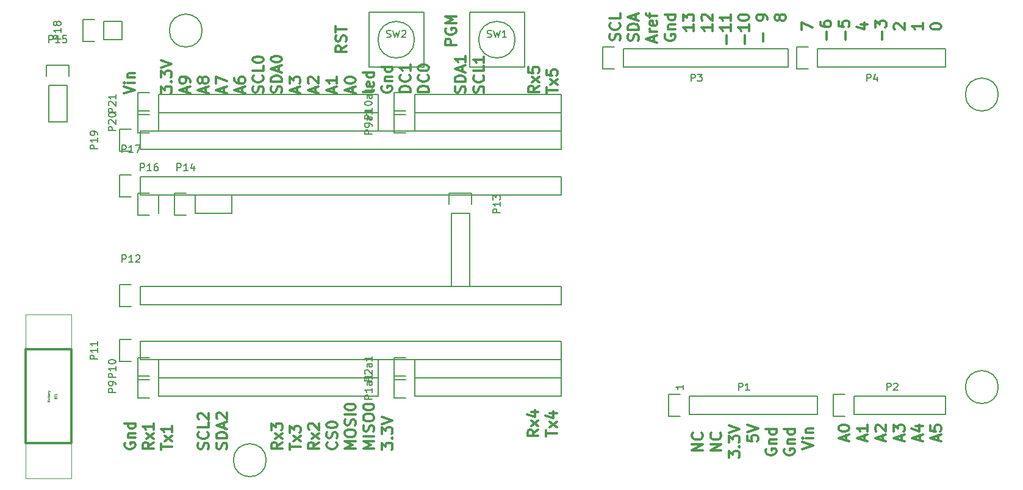
<source format=gbr>
G04 #@! TF.FileFunction,Legend,Top*
%FSLAX46Y46*%
G04 Gerber Fmt 4.6, Leading zero omitted, Abs format (unit mm)*
G04 Created by KiCad (PCBNEW 4.0.4-stable) date 12/01/16 15:34:27*
%MOMM*%
%LPD*%
G01*
G04 APERTURE LIST*
%ADD10C,0.100000*%
%ADD11C,0.300000*%
%ADD12C,0.150000*%
%ADD13C,0.299720*%
%ADD14C,0.010160*%
%ADD15C,0.074930*%
%ADD16C,0.076200*%
G04 APERTURE END LIST*
D10*
D11*
X56721571Y-80502143D02*
X58221571Y-80002143D01*
X56721571Y-79502143D01*
X58221571Y-79002143D02*
X57221571Y-79002143D01*
X56721571Y-79002143D02*
X56793000Y-79073572D01*
X56864429Y-79002143D01*
X56793000Y-78930715D01*
X56721571Y-79002143D01*
X56864429Y-79002143D01*
X57221571Y-78287857D02*
X58221571Y-78287857D01*
X57364429Y-78287857D02*
X57293000Y-78216429D01*
X57221571Y-78073571D01*
X57221571Y-77859286D01*
X57293000Y-77716429D01*
X57435857Y-77645000D01*
X58221571Y-77645000D01*
X61821571Y-80430714D02*
X61821571Y-79502143D01*
X62393000Y-80002143D01*
X62393000Y-79787857D01*
X62464429Y-79645000D01*
X62535857Y-79573571D01*
X62678714Y-79502143D01*
X63035857Y-79502143D01*
X63178714Y-79573571D01*
X63250143Y-79645000D01*
X63321571Y-79787857D01*
X63321571Y-80216429D01*
X63250143Y-80359286D01*
X63178714Y-80430714D01*
X63178714Y-78859286D02*
X63250143Y-78787858D01*
X63321571Y-78859286D01*
X63250143Y-78930715D01*
X63178714Y-78859286D01*
X63321571Y-78859286D01*
X61821571Y-78287857D02*
X61821571Y-77359286D01*
X62393000Y-77859286D01*
X62393000Y-77645000D01*
X62464429Y-77502143D01*
X62535857Y-77430714D01*
X62678714Y-77359286D01*
X63035857Y-77359286D01*
X63178714Y-77430714D01*
X63250143Y-77502143D01*
X63321571Y-77645000D01*
X63321571Y-78073572D01*
X63250143Y-78216429D01*
X63178714Y-78287857D01*
X61821571Y-76930715D02*
X63321571Y-76430715D01*
X61821571Y-75930715D01*
X65443000Y-80359286D02*
X65443000Y-79645000D01*
X65871571Y-80502143D02*
X64371571Y-80002143D01*
X65871571Y-79502143D01*
X65871571Y-78930715D02*
X65871571Y-78645000D01*
X65800143Y-78502143D01*
X65728714Y-78430715D01*
X65514429Y-78287857D01*
X65228714Y-78216429D01*
X64657286Y-78216429D01*
X64514429Y-78287857D01*
X64443000Y-78359286D01*
X64371571Y-78502143D01*
X64371571Y-78787857D01*
X64443000Y-78930715D01*
X64514429Y-79002143D01*
X64657286Y-79073572D01*
X65014429Y-79073572D01*
X65157286Y-79002143D01*
X65228714Y-78930715D01*
X65300143Y-78787857D01*
X65300143Y-78502143D01*
X65228714Y-78359286D01*
X65157286Y-78287857D01*
X65014429Y-78216429D01*
X67993000Y-80359286D02*
X67993000Y-79645000D01*
X68421571Y-80502143D02*
X66921571Y-80002143D01*
X68421571Y-79502143D01*
X67564429Y-78787857D02*
X67493000Y-78930715D01*
X67421571Y-79002143D01*
X67278714Y-79073572D01*
X67207286Y-79073572D01*
X67064429Y-79002143D01*
X66993000Y-78930715D01*
X66921571Y-78787857D01*
X66921571Y-78502143D01*
X66993000Y-78359286D01*
X67064429Y-78287857D01*
X67207286Y-78216429D01*
X67278714Y-78216429D01*
X67421571Y-78287857D01*
X67493000Y-78359286D01*
X67564429Y-78502143D01*
X67564429Y-78787857D01*
X67635857Y-78930715D01*
X67707286Y-79002143D01*
X67850143Y-79073572D01*
X68135857Y-79073572D01*
X68278714Y-79002143D01*
X68350143Y-78930715D01*
X68421571Y-78787857D01*
X68421571Y-78502143D01*
X68350143Y-78359286D01*
X68278714Y-78287857D01*
X68135857Y-78216429D01*
X67850143Y-78216429D01*
X67707286Y-78287857D01*
X67635857Y-78359286D01*
X67564429Y-78502143D01*
X70543000Y-80359286D02*
X70543000Y-79645000D01*
X70971571Y-80502143D02*
X69471571Y-80002143D01*
X70971571Y-79502143D01*
X69471571Y-79145000D02*
X69471571Y-78145000D01*
X70971571Y-78787857D01*
X73093000Y-80359286D02*
X73093000Y-79645000D01*
X73521571Y-80502143D02*
X72021571Y-80002143D01*
X73521571Y-79502143D01*
X72021571Y-78359286D02*
X72021571Y-78645000D01*
X72093000Y-78787857D01*
X72164429Y-78859286D01*
X72378714Y-79002143D01*
X72664429Y-79073572D01*
X73235857Y-79073572D01*
X73378714Y-79002143D01*
X73450143Y-78930715D01*
X73521571Y-78787857D01*
X73521571Y-78502143D01*
X73450143Y-78359286D01*
X73378714Y-78287857D01*
X73235857Y-78216429D01*
X72878714Y-78216429D01*
X72735857Y-78287857D01*
X72664429Y-78359286D01*
X72593000Y-78502143D01*
X72593000Y-78787857D01*
X72664429Y-78930715D01*
X72735857Y-79002143D01*
X72878714Y-79073572D01*
X76000143Y-80359286D02*
X76071571Y-80145000D01*
X76071571Y-79787857D01*
X76000143Y-79645000D01*
X75928714Y-79573571D01*
X75785857Y-79502143D01*
X75643000Y-79502143D01*
X75500143Y-79573571D01*
X75428714Y-79645000D01*
X75357286Y-79787857D01*
X75285857Y-80073571D01*
X75214429Y-80216429D01*
X75143000Y-80287857D01*
X75000143Y-80359286D01*
X74857286Y-80359286D01*
X74714429Y-80287857D01*
X74643000Y-80216429D01*
X74571571Y-80073571D01*
X74571571Y-79716429D01*
X74643000Y-79502143D01*
X75928714Y-78002143D02*
X76000143Y-78073572D01*
X76071571Y-78287858D01*
X76071571Y-78430715D01*
X76000143Y-78645000D01*
X75857286Y-78787858D01*
X75714429Y-78859286D01*
X75428714Y-78930715D01*
X75214429Y-78930715D01*
X74928714Y-78859286D01*
X74785857Y-78787858D01*
X74643000Y-78645000D01*
X74571571Y-78430715D01*
X74571571Y-78287858D01*
X74643000Y-78073572D01*
X74714429Y-78002143D01*
X76071571Y-76645000D02*
X76071571Y-77359286D01*
X74571571Y-77359286D01*
X74571571Y-75859286D02*
X74571571Y-75716429D01*
X74643000Y-75573572D01*
X74714429Y-75502143D01*
X74857286Y-75430714D01*
X75143000Y-75359286D01*
X75500143Y-75359286D01*
X75785857Y-75430714D01*
X75928714Y-75502143D01*
X76000143Y-75573572D01*
X76071571Y-75716429D01*
X76071571Y-75859286D01*
X76000143Y-76002143D01*
X75928714Y-76073572D01*
X75785857Y-76145000D01*
X75500143Y-76216429D01*
X75143000Y-76216429D01*
X74857286Y-76145000D01*
X74714429Y-76073572D01*
X74643000Y-76002143D01*
X74571571Y-75859286D01*
X78550143Y-80359286D02*
X78621571Y-80145000D01*
X78621571Y-79787857D01*
X78550143Y-79645000D01*
X78478714Y-79573571D01*
X78335857Y-79502143D01*
X78193000Y-79502143D01*
X78050143Y-79573571D01*
X77978714Y-79645000D01*
X77907286Y-79787857D01*
X77835857Y-80073571D01*
X77764429Y-80216429D01*
X77693000Y-80287857D01*
X77550143Y-80359286D01*
X77407286Y-80359286D01*
X77264429Y-80287857D01*
X77193000Y-80216429D01*
X77121571Y-80073571D01*
X77121571Y-79716429D01*
X77193000Y-79502143D01*
X78621571Y-78859286D02*
X77121571Y-78859286D01*
X77121571Y-78502143D01*
X77193000Y-78287858D01*
X77335857Y-78145000D01*
X77478714Y-78073572D01*
X77764429Y-78002143D01*
X77978714Y-78002143D01*
X78264429Y-78073572D01*
X78407286Y-78145000D01*
X78550143Y-78287858D01*
X78621571Y-78502143D01*
X78621571Y-78859286D01*
X78193000Y-77430715D02*
X78193000Y-76716429D01*
X78621571Y-77573572D02*
X77121571Y-77073572D01*
X78621571Y-76573572D01*
X77121571Y-75787858D02*
X77121571Y-75645001D01*
X77193000Y-75502144D01*
X77264429Y-75430715D01*
X77407286Y-75359286D01*
X77693000Y-75287858D01*
X78050143Y-75287858D01*
X78335857Y-75359286D01*
X78478714Y-75430715D01*
X78550143Y-75502144D01*
X78621571Y-75645001D01*
X78621571Y-75787858D01*
X78550143Y-75930715D01*
X78478714Y-76002144D01*
X78335857Y-76073572D01*
X78050143Y-76145001D01*
X77693000Y-76145001D01*
X77407286Y-76073572D01*
X77264429Y-76002144D01*
X77193000Y-75930715D01*
X77121571Y-75787858D01*
X80743000Y-80359286D02*
X80743000Y-79645000D01*
X81171571Y-80502143D02*
X79671571Y-80002143D01*
X81171571Y-79502143D01*
X79671571Y-79145000D02*
X79671571Y-78216429D01*
X80243000Y-78716429D01*
X80243000Y-78502143D01*
X80314429Y-78359286D01*
X80385857Y-78287857D01*
X80528714Y-78216429D01*
X80885857Y-78216429D01*
X81028714Y-78287857D01*
X81100143Y-78359286D01*
X81171571Y-78502143D01*
X81171571Y-78930715D01*
X81100143Y-79073572D01*
X81028714Y-79145000D01*
X83293000Y-80359286D02*
X83293000Y-79645000D01*
X83721571Y-80502143D02*
X82221571Y-80002143D01*
X83721571Y-79502143D01*
X82364429Y-79073572D02*
X82293000Y-79002143D01*
X82221571Y-78859286D01*
X82221571Y-78502143D01*
X82293000Y-78359286D01*
X82364429Y-78287857D01*
X82507286Y-78216429D01*
X82650143Y-78216429D01*
X82864429Y-78287857D01*
X83721571Y-79145000D01*
X83721571Y-78216429D01*
X85843000Y-80359286D02*
X85843000Y-79645000D01*
X86271571Y-80502143D02*
X84771571Y-80002143D01*
X86271571Y-79502143D01*
X86271571Y-78216429D02*
X86271571Y-79073572D01*
X86271571Y-78645000D02*
X84771571Y-78645000D01*
X84985857Y-78787857D01*
X85128714Y-78930715D01*
X85200143Y-79073572D01*
X88393000Y-80359286D02*
X88393000Y-79645000D01*
X88821571Y-80502143D02*
X87321571Y-80002143D01*
X88821571Y-79502143D01*
X87321571Y-78716429D02*
X87321571Y-78573572D01*
X87393000Y-78430715D01*
X87464429Y-78359286D01*
X87607286Y-78287857D01*
X87893000Y-78216429D01*
X88250143Y-78216429D01*
X88535857Y-78287857D01*
X88678714Y-78359286D01*
X88750143Y-78430715D01*
X88821571Y-78573572D01*
X88821571Y-78716429D01*
X88750143Y-78859286D01*
X88678714Y-78930715D01*
X88535857Y-79002143D01*
X88250143Y-79073572D01*
X87893000Y-79073572D01*
X87607286Y-79002143D01*
X87464429Y-78930715D01*
X87393000Y-78859286D01*
X87321571Y-78716429D01*
X91371571Y-80073571D02*
X91300143Y-80216429D01*
X91157286Y-80287857D01*
X89871571Y-80287857D01*
X91300143Y-78930715D02*
X91371571Y-79073572D01*
X91371571Y-79359286D01*
X91300143Y-79502143D01*
X91157286Y-79573572D01*
X90585857Y-79573572D01*
X90443000Y-79502143D01*
X90371571Y-79359286D01*
X90371571Y-79073572D01*
X90443000Y-78930715D01*
X90585857Y-78859286D01*
X90728714Y-78859286D01*
X90871571Y-79573572D01*
X91371571Y-77573572D02*
X89871571Y-77573572D01*
X91300143Y-77573572D02*
X91371571Y-77716429D01*
X91371571Y-78002143D01*
X91300143Y-78145001D01*
X91228714Y-78216429D01*
X91085857Y-78287858D01*
X90657286Y-78287858D01*
X90514429Y-78216429D01*
X90443000Y-78145001D01*
X90371571Y-78002143D01*
X90371571Y-77716429D01*
X90443000Y-77573572D01*
X92493000Y-79502143D02*
X92421571Y-79645000D01*
X92421571Y-79859286D01*
X92493000Y-80073571D01*
X92635857Y-80216429D01*
X92778714Y-80287857D01*
X93064429Y-80359286D01*
X93278714Y-80359286D01*
X93564429Y-80287857D01*
X93707286Y-80216429D01*
X93850143Y-80073571D01*
X93921571Y-79859286D01*
X93921571Y-79716429D01*
X93850143Y-79502143D01*
X93778714Y-79430714D01*
X93278714Y-79430714D01*
X93278714Y-79716429D01*
X92921571Y-78787857D02*
X93921571Y-78787857D01*
X93064429Y-78787857D02*
X92993000Y-78716429D01*
X92921571Y-78573571D01*
X92921571Y-78359286D01*
X92993000Y-78216429D01*
X93135857Y-78145000D01*
X93921571Y-78145000D01*
X93921571Y-76787857D02*
X92421571Y-76787857D01*
X93850143Y-76787857D02*
X93921571Y-76930714D01*
X93921571Y-77216428D01*
X93850143Y-77359286D01*
X93778714Y-77430714D01*
X93635857Y-77502143D01*
X93207286Y-77502143D01*
X93064429Y-77430714D01*
X92993000Y-77359286D01*
X92921571Y-77216428D01*
X92921571Y-76930714D01*
X92993000Y-76787857D01*
X96471571Y-80287857D02*
X94971571Y-80287857D01*
X94971571Y-79930714D01*
X95043000Y-79716429D01*
X95185857Y-79573571D01*
X95328714Y-79502143D01*
X95614429Y-79430714D01*
X95828714Y-79430714D01*
X96114429Y-79502143D01*
X96257286Y-79573571D01*
X96400143Y-79716429D01*
X96471571Y-79930714D01*
X96471571Y-80287857D01*
X96328714Y-77930714D02*
X96400143Y-78002143D01*
X96471571Y-78216429D01*
X96471571Y-78359286D01*
X96400143Y-78573571D01*
X96257286Y-78716429D01*
X96114429Y-78787857D01*
X95828714Y-78859286D01*
X95614429Y-78859286D01*
X95328714Y-78787857D01*
X95185857Y-78716429D01*
X95043000Y-78573571D01*
X94971571Y-78359286D01*
X94971571Y-78216429D01*
X95043000Y-78002143D01*
X95114429Y-77930714D01*
X96471571Y-76502143D02*
X96471571Y-77359286D01*
X96471571Y-76930714D02*
X94971571Y-76930714D01*
X95185857Y-77073571D01*
X95328714Y-77216429D01*
X95400143Y-77359286D01*
X99021571Y-80287857D02*
X97521571Y-80287857D01*
X97521571Y-79930714D01*
X97593000Y-79716429D01*
X97735857Y-79573571D01*
X97878714Y-79502143D01*
X98164429Y-79430714D01*
X98378714Y-79430714D01*
X98664429Y-79502143D01*
X98807286Y-79573571D01*
X98950143Y-79716429D01*
X99021571Y-79930714D01*
X99021571Y-80287857D01*
X98878714Y-77930714D02*
X98950143Y-78002143D01*
X99021571Y-78216429D01*
X99021571Y-78359286D01*
X98950143Y-78573571D01*
X98807286Y-78716429D01*
X98664429Y-78787857D01*
X98378714Y-78859286D01*
X98164429Y-78859286D01*
X97878714Y-78787857D01*
X97735857Y-78716429D01*
X97593000Y-78573571D01*
X97521571Y-78359286D01*
X97521571Y-78216429D01*
X97593000Y-78002143D01*
X97664429Y-77930714D01*
X97521571Y-77002143D02*
X97521571Y-76859286D01*
X97593000Y-76716429D01*
X97664429Y-76645000D01*
X97807286Y-76573571D01*
X98093000Y-76502143D01*
X98450143Y-76502143D01*
X98735857Y-76573571D01*
X98878714Y-76645000D01*
X98950143Y-76716429D01*
X99021571Y-76859286D01*
X99021571Y-77002143D01*
X98950143Y-77145000D01*
X98878714Y-77216429D01*
X98735857Y-77287857D01*
X98450143Y-77359286D01*
X98093000Y-77359286D01*
X97807286Y-77287857D01*
X97664429Y-77216429D01*
X97593000Y-77145000D01*
X97521571Y-77002143D01*
X104050143Y-80359286D02*
X104121571Y-80145000D01*
X104121571Y-79787857D01*
X104050143Y-79645000D01*
X103978714Y-79573571D01*
X103835857Y-79502143D01*
X103693000Y-79502143D01*
X103550143Y-79573571D01*
X103478714Y-79645000D01*
X103407286Y-79787857D01*
X103335857Y-80073571D01*
X103264429Y-80216429D01*
X103193000Y-80287857D01*
X103050143Y-80359286D01*
X102907286Y-80359286D01*
X102764429Y-80287857D01*
X102693000Y-80216429D01*
X102621571Y-80073571D01*
X102621571Y-79716429D01*
X102693000Y-79502143D01*
X104121571Y-78859286D02*
X102621571Y-78859286D01*
X102621571Y-78502143D01*
X102693000Y-78287858D01*
X102835857Y-78145000D01*
X102978714Y-78073572D01*
X103264429Y-78002143D01*
X103478714Y-78002143D01*
X103764429Y-78073572D01*
X103907286Y-78145000D01*
X104050143Y-78287858D01*
X104121571Y-78502143D01*
X104121571Y-78859286D01*
X103693000Y-77430715D02*
X103693000Y-76716429D01*
X104121571Y-77573572D02*
X102621571Y-77073572D01*
X104121571Y-76573572D01*
X104121571Y-75287858D02*
X104121571Y-76145001D01*
X104121571Y-75716429D02*
X102621571Y-75716429D01*
X102835857Y-75859286D01*
X102978714Y-76002144D01*
X103050143Y-76145001D01*
X106600143Y-80359286D02*
X106671571Y-80145000D01*
X106671571Y-79787857D01*
X106600143Y-79645000D01*
X106528714Y-79573571D01*
X106385857Y-79502143D01*
X106243000Y-79502143D01*
X106100143Y-79573571D01*
X106028714Y-79645000D01*
X105957286Y-79787857D01*
X105885857Y-80073571D01*
X105814429Y-80216429D01*
X105743000Y-80287857D01*
X105600143Y-80359286D01*
X105457286Y-80359286D01*
X105314429Y-80287857D01*
X105243000Y-80216429D01*
X105171571Y-80073571D01*
X105171571Y-79716429D01*
X105243000Y-79502143D01*
X106528714Y-78002143D02*
X106600143Y-78073572D01*
X106671571Y-78287858D01*
X106671571Y-78430715D01*
X106600143Y-78645000D01*
X106457286Y-78787858D01*
X106314429Y-78859286D01*
X106028714Y-78930715D01*
X105814429Y-78930715D01*
X105528714Y-78859286D01*
X105385857Y-78787858D01*
X105243000Y-78645000D01*
X105171571Y-78430715D01*
X105171571Y-78287858D01*
X105243000Y-78073572D01*
X105314429Y-78002143D01*
X106671571Y-76645000D02*
X106671571Y-77359286D01*
X105171571Y-77359286D01*
X106671571Y-75359286D02*
X106671571Y-76216429D01*
X106671571Y-75787857D02*
X105171571Y-75787857D01*
X105385857Y-75930714D01*
X105528714Y-76073572D01*
X105600143Y-76216429D01*
X114321571Y-79430714D02*
X113607286Y-79930714D01*
X114321571Y-80287857D02*
X112821571Y-80287857D01*
X112821571Y-79716429D01*
X112893000Y-79573571D01*
X112964429Y-79502143D01*
X113107286Y-79430714D01*
X113321571Y-79430714D01*
X113464429Y-79502143D01*
X113535857Y-79573571D01*
X113607286Y-79716429D01*
X113607286Y-80287857D01*
X114321571Y-78930714D02*
X113321571Y-78145000D01*
X113321571Y-78930714D02*
X114321571Y-78145000D01*
X112821571Y-76859285D02*
X112821571Y-77573571D01*
X113535857Y-77645000D01*
X113464429Y-77573571D01*
X113393000Y-77430714D01*
X113393000Y-77073571D01*
X113464429Y-76930714D01*
X113535857Y-76859285D01*
X113678714Y-76787857D01*
X114035857Y-76787857D01*
X114178714Y-76859285D01*
X114250143Y-76930714D01*
X114321571Y-77073571D01*
X114321571Y-77430714D01*
X114250143Y-77573571D01*
X114178714Y-77645000D01*
X115371571Y-80502143D02*
X115371571Y-79645000D01*
X116871571Y-80073571D02*
X115371571Y-80073571D01*
X116871571Y-79287857D02*
X115871571Y-78502143D01*
X115871571Y-79287857D02*
X116871571Y-78502143D01*
X115371571Y-77216428D02*
X115371571Y-77930714D01*
X116085857Y-78002143D01*
X116014429Y-77930714D01*
X115943000Y-77787857D01*
X115943000Y-77430714D01*
X116014429Y-77287857D01*
X116085857Y-77216428D01*
X116228714Y-77145000D01*
X116585857Y-77145000D01*
X116728714Y-77216428D01*
X116800143Y-77287857D01*
X116871571Y-77430714D01*
X116871571Y-77787857D01*
X116800143Y-77930714D01*
X116728714Y-78002143D01*
X102786571Y-73755000D02*
X101286571Y-73755000D01*
X101286571Y-73183572D01*
X101358000Y-73040714D01*
X101429429Y-72969286D01*
X101572286Y-72897857D01*
X101786571Y-72897857D01*
X101929429Y-72969286D01*
X102000857Y-73040714D01*
X102072286Y-73183572D01*
X102072286Y-73755000D01*
X101358000Y-71469286D02*
X101286571Y-71612143D01*
X101286571Y-71826429D01*
X101358000Y-72040714D01*
X101500857Y-72183572D01*
X101643714Y-72255000D01*
X101929429Y-72326429D01*
X102143714Y-72326429D01*
X102429429Y-72255000D01*
X102572286Y-72183572D01*
X102715143Y-72040714D01*
X102786571Y-71826429D01*
X102786571Y-71683572D01*
X102715143Y-71469286D01*
X102643714Y-71397857D01*
X102143714Y-71397857D01*
X102143714Y-71683572D01*
X102786571Y-70755000D02*
X101286571Y-70755000D01*
X102358000Y-70255000D01*
X101286571Y-69755000D01*
X102786571Y-69755000D01*
X87546571Y-73846428D02*
X86832286Y-74346428D01*
X87546571Y-74703571D02*
X86046571Y-74703571D01*
X86046571Y-74132143D01*
X86118000Y-73989285D01*
X86189429Y-73917857D01*
X86332286Y-73846428D01*
X86546571Y-73846428D01*
X86689429Y-73917857D01*
X86760857Y-73989285D01*
X86832286Y-74132143D01*
X86832286Y-74703571D01*
X87475143Y-73275000D02*
X87546571Y-73060714D01*
X87546571Y-72703571D01*
X87475143Y-72560714D01*
X87403714Y-72489285D01*
X87260857Y-72417857D01*
X87118000Y-72417857D01*
X86975143Y-72489285D01*
X86903714Y-72560714D01*
X86832286Y-72703571D01*
X86760857Y-72989285D01*
X86689429Y-73132143D01*
X86618000Y-73203571D01*
X86475143Y-73275000D01*
X86332286Y-73275000D01*
X86189429Y-73203571D01*
X86118000Y-73132143D01*
X86046571Y-72989285D01*
X86046571Y-72632143D01*
X86118000Y-72417857D01*
X86046571Y-71989286D02*
X86046571Y-71132143D01*
X87546571Y-71560714D02*
X86046571Y-71560714D01*
X114211571Y-127222142D02*
X113497286Y-127722142D01*
X114211571Y-128079285D02*
X112711571Y-128079285D01*
X112711571Y-127507857D01*
X112783000Y-127364999D01*
X112854429Y-127293571D01*
X112997286Y-127222142D01*
X113211571Y-127222142D01*
X113354429Y-127293571D01*
X113425857Y-127364999D01*
X113497286Y-127507857D01*
X113497286Y-128079285D01*
X114211571Y-126722142D02*
X113211571Y-125936428D01*
X113211571Y-126722142D02*
X114211571Y-125936428D01*
X113211571Y-124722142D02*
X114211571Y-124722142D01*
X112640143Y-125079285D02*
X113711571Y-125436428D01*
X113711571Y-124507856D01*
X115261571Y-128115000D02*
X115261571Y-127257857D01*
X116761571Y-127686428D02*
X115261571Y-127686428D01*
X116761571Y-126900714D02*
X115761571Y-126115000D01*
X115761571Y-126900714D02*
X116761571Y-126115000D01*
X115761571Y-124900714D02*
X116761571Y-124900714D01*
X115190143Y-125257857D02*
X116261571Y-125615000D01*
X116261571Y-124686428D01*
X56838000Y-129032143D02*
X56766571Y-129175000D01*
X56766571Y-129389286D01*
X56838000Y-129603571D01*
X56980857Y-129746429D01*
X57123714Y-129817857D01*
X57409429Y-129889286D01*
X57623714Y-129889286D01*
X57909429Y-129817857D01*
X58052286Y-129746429D01*
X58195143Y-129603571D01*
X58266571Y-129389286D01*
X58266571Y-129246429D01*
X58195143Y-129032143D01*
X58123714Y-128960714D01*
X57623714Y-128960714D01*
X57623714Y-129246429D01*
X57266571Y-128317857D02*
X58266571Y-128317857D01*
X57409429Y-128317857D02*
X57338000Y-128246429D01*
X57266571Y-128103571D01*
X57266571Y-127889286D01*
X57338000Y-127746429D01*
X57480857Y-127675000D01*
X58266571Y-127675000D01*
X58266571Y-126317857D02*
X56766571Y-126317857D01*
X58195143Y-126317857D02*
X58266571Y-126460714D01*
X58266571Y-126746428D01*
X58195143Y-126889286D01*
X58123714Y-126960714D01*
X57980857Y-127032143D01*
X57552286Y-127032143D01*
X57409429Y-126960714D01*
X57338000Y-126889286D01*
X57266571Y-126746428D01*
X57266571Y-126460714D01*
X57338000Y-126317857D01*
X60816571Y-128960714D02*
X60102286Y-129460714D01*
X60816571Y-129817857D02*
X59316571Y-129817857D01*
X59316571Y-129246429D01*
X59388000Y-129103571D01*
X59459429Y-129032143D01*
X59602286Y-128960714D01*
X59816571Y-128960714D01*
X59959429Y-129032143D01*
X60030857Y-129103571D01*
X60102286Y-129246429D01*
X60102286Y-129817857D01*
X60816571Y-128460714D02*
X59816571Y-127675000D01*
X59816571Y-128460714D02*
X60816571Y-127675000D01*
X60816571Y-126317857D02*
X60816571Y-127175000D01*
X60816571Y-126746428D02*
X59316571Y-126746428D01*
X59530857Y-126889285D01*
X59673714Y-127032143D01*
X59745143Y-127175000D01*
X61866571Y-130032143D02*
X61866571Y-129175000D01*
X63366571Y-129603571D02*
X61866571Y-129603571D01*
X63366571Y-128817857D02*
X62366571Y-128032143D01*
X62366571Y-128817857D02*
X63366571Y-128032143D01*
X63366571Y-126675000D02*
X63366571Y-127532143D01*
X63366571Y-127103571D02*
X61866571Y-127103571D01*
X62080857Y-127246428D01*
X62223714Y-127389286D01*
X62295143Y-127532143D01*
X68395143Y-129889286D02*
X68466571Y-129675000D01*
X68466571Y-129317857D01*
X68395143Y-129175000D01*
X68323714Y-129103571D01*
X68180857Y-129032143D01*
X68038000Y-129032143D01*
X67895143Y-129103571D01*
X67823714Y-129175000D01*
X67752286Y-129317857D01*
X67680857Y-129603571D01*
X67609429Y-129746429D01*
X67538000Y-129817857D01*
X67395143Y-129889286D01*
X67252286Y-129889286D01*
X67109429Y-129817857D01*
X67038000Y-129746429D01*
X66966571Y-129603571D01*
X66966571Y-129246429D01*
X67038000Y-129032143D01*
X68323714Y-127532143D02*
X68395143Y-127603572D01*
X68466571Y-127817858D01*
X68466571Y-127960715D01*
X68395143Y-128175000D01*
X68252286Y-128317858D01*
X68109429Y-128389286D01*
X67823714Y-128460715D01*
X67609429Y-128460715D01*
X67323714Y-128389286D01*
X67180857Y-128317858D01*
X67038000Y-128175000D01*
X66966571Y-127960715D01*
X66966571Y-127817858D01*
X67038000Y-127603572D01*
X67109429Y-127532143D01*
X68466571Y-126175000D02*
X68466571Y-126889286D01*
X66966571Y-126889286D01*
X67109429Y-125746429D02*
X67038000Y-125675000D01*
X66966571Y-125532143D01*
X66966571Y-125175000D01*
X67038000Y-125032143D01*
X67109429Y-124960714D01*
X67252286Y-124889286D01*
X67395143Y-124889286D01*
X67609429Y-124960714D01*
X68466571Y-125817857D01*
X68466571Y-124889286D01*
X70945143Y-129889286D02*
X71016571Y-129675000D01*
X71016571Y-129317857D01*
X70945143Y-129175000D01*
X70873714Y-129103571D01*
X70730857Y-129032143D01*
X70588000Y-129032143D01*
X70445143Y-129103571D01*
X70373714Y-129175000D01*
X70302286Y-129317857D01*
X70230857Y-129603571D01*
X70159429Y-129746429D01*
X70088000Y-129817857D01*
X69945143Y-129889286D01*
X69802286Y-129889286D01*
X69659429Y-129817857D01*
X69588000Y-129746429D01*
X69516571Y-129603571D01*
X69516571Y-129246429D01*
X69588000Y-129032143D01*
X71016571Y-128389286D02*
X69516571Y-128389286D01*
X69516571Y-128032143D01*
X69588000Y-127817858D01*
X69730857Y-127675000D01*
X69873714Y-127603572D01*
X70159429Y-127532143D01*
X70373714Y-127532143D01*
X70659429Y-127603572D01*
X70802286Y-127675000D01*
X70945143Y-127817858D01*
X71016571Y-128032143D01*
X71016571Y-128389286D01*
X70588000Y-126960715D02*
X70588000Y-126246429D01*
X71016571Y-127103572D02*
X69516571Y-126603572D01*
X71016571Y-126103572D01*
X69659429Y-125675001D02*
X69588000Y-125603572D01*
X69516571Y-125460715D01*
X69516571Y-125103572D01*
X69588000Y-124960715D01*
X69659429Y-124889286D01*
X69802286Y-124817858D01*
X69945143Y-124817858D01*
X70159429Y-124889286D01*
X71016571Y-125746429D01*
X71016571Y-124817858D01*
X78666571Y-128960714D02*
X77952286Y-129460714D01*
X78666571Y-129817857D02*
X77166571Y-129817857D01*
X77166571Y-129246429D01*
X77238000Y-129103571D01*
X77309429Y-129032143D01*
X77452286Y-128960714D01*
X77666571Y-128960714D01*
X77809429Y-129032143D01*
X77880857Y-129103571D01*
X77952286Y-129246429D01*
X77952286Y-129817857D01*
X78666571Y-128460714D02*
X77666571Y-127675000D01*
X77666571Y-128460714D02*
X78666571Y-127675000D01*
X77166571Y-127246428D02*
X77166571Y-126317857D01*
X77738000Y-126817857D01*
X77738000Y-126603571D01*
X77809429Y-126460714D01*
X77880857Y-126389285D01*
X78023714Y-126317857D01*
X78380857Y-126317857D01*
X78523714Y-126389285D01*
X78595143Y-126460714D01*
X78666571Y-126603571D01*
X78666571Y-127032143D01*
X78595143Y-127175000D01*
X78523714Y-127246428D01*
X79716571Y-130032143D02*
X79716571Y-129175000D01*
X81216571Y-129603571D02*
X79716571Y-129603571D01*
X81216571Y-128817857D02*
X80216571Y-128032143D01*
X80216571Y-128817857D02*
X81216571Y-128032143D01*
X79716571Y-127603571D02*
X79716571Y-126675000D01*
X80288000Y-127175000D01*
X80288000Y-126960714D01*
X80359429Y-126817857D01*
X80430857Y-126746428D01*
X80573714Y-126675000D01*
X80930857Y-126675000D01*
X81073714Y-126746428D01*
X81145143Y-126817857D01*
X81216571Y-126960714D01*
X81216571Y-127389286D01*
X81145143Y-127532143D01*
X81073714Y-127603571D01*
X83766571Y-128960714D02*
X83052286Y-129460714D01*
X83766571Y-129817857D02*
X82266571Y-129817857D01*
X82266571Y-129246429D01*
X82338000Y-129103571D01*
X82409429Y-129032143D01*
X82552286Y-128960714D01*
X82766571Y-128960714D01*
X82909429Y-129032143D01*
X82980857Y-129103571D01*
X83052286Y-129246429D01*
X83052286Y-129817857D01*
X83766571Y-128460714D02*
X82766571Y-127675000D01*
X82766571Y-128460714D02*
X83766571Y-127675000D01*
X82409429Y-127175000D02*
X82338000Y-127103571D01*
X82266571Y-126960714D01*
X82266571Y-126603571D01*
X82338000Y-126460714D01*
X82409429Y-126389285D01*
X82552286Y-126317857D01*
X82695143Y-126317857D01*
X82909429Y-126389285D01*
X83766571Y-127246428D01*
X83766571Y-126317857D01*
X86173714Y-128960714D02*
X86245143Y-129032143D01*
X86316571Y-129246429D01*
X86316571Y-129389286D01*
X86245143Y-129603571D01*
X86102286Y-129746429D01*
X85959429Y-129817857D01*
X85673714Y-129889286D01*
X85459429Y-129889286D01*
X85173714Y-129817857D01*
X85030857Y-129746429D01*
X84888000Y-129603571D01*
X84816571Y-129389286D01*
X84816571Y-129246429D01*
X84888000Y-129032143D01*
X84959429Y-128960714D01*
X86245143Y-128389286D02*
X86316571Y-128175000D01*
X86316571Y-127817857D01*
X86245143Y-127675000D01*
X86173714Y-127603571D01*
X86030857Y-127532143D01*
X85888000Y-127532143D01*
X85745143Y-127603571D01*
X85673714Y-127675000D01*
X85602286Y-127817857D01*
X85530857Y-128103571D01*
X85459429Y-128246429D01*
X85388000Y-128317857D01*
X85245143Y-128389286D01*
X85102286Y-128389286D01*
X84959429Y-128317857D01*
X84888000Y-128246429D01*
X84816571Y-128103571D01*
X84816571Y-127746429D01*
X84888000Y-127532143D01*
X84816571Y-126603572D02*
X84816571Y-126460715D01*
X84888000Y-126317858D01*
X84959429Y-126246429D01*
X85102286Y-126175000D01*
X85388000Y-126103572D01*
X85745143Y-126103572D01*
X86030857Y-126175000D01*
X86173714Y-126246429D01*
X86245143Y-126317858D01*
X86316571Y-126460715D01*
X86316571Y-126603572D01*
X86245143Y-126746429D01*
X86173714Y-126817858D01*
X86030857Y-126889286D01*
X85745143Y-126960715D01*
X85388000Y-126960715D01*
X85102286Y-126889286D01*
X84959429Y-126817858D01*
X84888000Y-126746429D01*
X84816571Y-126603572D01*
X88866571Y-129817857D02*
X87366571Y-129817857D01*
X88438000Y-129317857D01*
X87366571Y-128817857D01*
X88866571Y-128817857D01*
X87366571Y-127817857D02*
X87366571Y-127532143D01*
X87438000Y-127389285D01*
X87580857Y-127246428D01*
X87866571Y-127175000D01*
X88366571Y-127175000D01*
X88652286Y-127246428D01*
X88795143Y-127389285D01*
X88866571Y-127532143D01*
X88866571Y-127817857D01*
X88795143Y-127960714D01*
X88652286Y-128103571D01*
X88366571Y-128175000D01*
X87866571Y-128175000D01*
X87580857Y-128103571D01*
X87438000Y-127960714D01*
X87366571Y-127817857D01*
X88795143Y-126603571D02*
X88866571Y-126389285D01*
X88866571Y-126032142D01*
X88795143Y-125889285D01*
X88723714Y-125817856D01*
X88580857Y-125746428D01*
X88438000Y-125746428D01*
X88295143Y-125817856D01*
X88223714Y-125889285D01*
X88152286Y-126032142D01*
X88080857Y-126317856D01*
X88009429Y-126460714D01*
X87938000Y-126532142D01*
X87795143Y-126603571D01*
X87652286Y-126603571D01*
X87509429Y-126532142D01*
X87438000Y-126460714D01*
X87366571Y-126317856D01*
X87366571Y-125960714D01*
X87438000Y-125746428D01*
X88866571Y-125103571D02*
X87366571Y-125103571D01*
X87366571Y-124103571D02*
X87366571Y-123960714D01*
X87438000Y-123817857D01*
X87509429Y-123746428D01*
X87652286Y-123674999D01*
X87938000Y-123603571D01*
X88295143Y-123603571D01*
X88580857Y-123674999D01*
X88723714Y-123746428D01*
X88795143Y-123817857D01*
X88866571Y-123960714D01*
X88866571Y-124103571D01*
X88795143Y-124246428D01*
X88723714Y-124317857D01*
X88580857Y-124389285D01*
X88295143Y-124460714D01*
X87938000Y-124460714D01*
X87652286Y-124389285D01*
X87509429Y-124317857D01*
X87438000Y-124246428D01*
X87366571Y-124103571D01*
X91416571Y-129817857D02*
X89916571Y-129817857D01*
X90988000Y-129317857D01*
X89916571Y-128817857D01*
X91416571Y-128817857D01*
X91416571Y-128103571D02*
X89916571Y-128103571D01*
X91345143Y-127460714D02*
X91416571Y-127246428D01*
X91416571Y-126889285D01*
X91345143Y-126746428D01*
X91273714Y-126674999D01*
X91130857Y-126603571D01*
X90988000Y-126603571D01*
X90845143Y-126674999D01*
X90773714Y-126746428D01*
X90702286Y-126889285D01*
X90630857Y-127174999D01*
X90559429Y-127317857D01*
X90488000Y-127389285D01*
X90345143Y-127460714D01*
X90202286Y-127460714D01*
X90059429Y-127389285D01*
X89988000Y-127317857D01*
X89916571Y-127174999D01*
X89916571Y-126817857D01*
X89988000Y-126603571D01*
X89916571Y-125675000D02*
X89916571Y-125389286D01*
X89988000Y-125246428D01*
X90130857Y-125103571D01*
X90416571Y-125032143D01*
X90916571Y-125032143D01*
X91202286Y-125103571D01*
X91345143Y-125246428D01*
X91416571Y-125389286D01*
X91416571Y-125675000D01*
X91345143Y-125817857D01*
X91202286Y-125960714D01*
X90916571Y-126032143D01*
X90416571Y-126032143D01*
X90130857Y-125960714D01*
X89988000Y-125817857D01*
X89916571Y-125675000D01*
X89916571Y-124103571D02*
X89916571Y-123960714D01*
X89988000Y-123817857D01*
X90059429Y-123746428D01*
X90202286Y-123674999D01*
X90488000Y-123603571D01*
X90845143Y-123603571D01*
X91130857Y-123674999D01*
X91273714Y-123746428D01*
X91345143Y-123817857D01*
X91416571Y-123960714D01*
X91416571Y-124103571D01*
X91345143Y-124246428D01*
X91273714Y-124317857D01*
X91130857Y-124389285D01*
X90845143Y-124460714D01*
X90488000Y-124460714D01*
X90202286Y-124389285D01*
X90059429Y-124317857D01*
X89988000Y-124246428D01*
X89916571Y-124103571D01*
X92466571Y-129960714D02*
X92466571Y-129032143D01*
X93038000Y-129532143D01*
X93038000Y-129317857D01*
X93109429Y-129175000D01*
X93180857Y-129103571D01*
X93323714Y-129032143D01*
X93680857Y-129032143D01*
X93823714Y-129103571D01*
X93895143Y-129175000D01*
X93966571Y-129317857D01*
X93966571Y-129746429D01*
X93895143Y-129889286D01*
X93823714Y-129960714D01*
X93823714Y-128389286D02*
X93895143Y-128317858D01*
X93966571Y-128389286D01*
X93895143Y-128460715D01*
X93823714Y-128389286D01*
X93966571Y-128389286D01*
X92466571Y-127817857D02*
X92466571Y-126889286D01*
X93038000Y-127389286D01*
X93038000Y-127175000D01*
X93109429Y-127032143D01*
X93180857Y-126960714D01*
X93323714Y-126889286D01*
X93680857Y-126889286D01*
X93823714Y-126960714D01*
X93895143Y-127032143D01*
X93966571Y-127175000D01*
X93966571Y-127603572D01*
X93895143Y-127746429D01*
X93823714Y-127817857D01*
X92466571Y-126460715D02*
X93966571Y-125960715D01*
X92466571Y-125460715D01*
X156943000Y-128706428D02*
X156943000Y-127992142D01*
X157371571Y-128849285D02*
X155871571Y-128349285D01*
X157371571Y-127849285D01*
X155871571Y-127063571D02*
X155871571Y-126920714D01*
X155943000Y-126777857D01*
X156014429Y-126706428D01*
X156157286Y-126634999D01*
X156443000Y-126563571D01*
X156800143Y-126563571D01*
X157085857Y-126634999D01*
X157228714Y-126706428D01*
X157300143Y-126777857D01*
X157371571Y-126920714D01*
X157371571Y-127063571D01*
X157300143Y-127206428D01*
X157228714Y-127277857D01*
X157085857Y-127349285D01*
X156800143Y-127420714D01*
X156443000Y-127420714D01*
X156157286Y-127349285D01*
X156014429Y-127277857D01*
X155943000Y-127206428D01*
X155871571Y-127063571D01*
X159493000Y-128706428D02*
X159493000Y-127992142D01*
X159921571Y-128849285D02*
X158421571Y-128349285D01*
X159921571Y-127849285D01*
X159921571Y-126563571D02*
X159921571Y-127420714D01*
X159921571Y-126992142D02*
X158421571Y-126992142D01*
X158635857Y-127134999D01*
X158778714Y-127277857D01*
X158850143Y-127420714D01*
X162043000Y-128706428D02*
X162043000Y-127992142D01*
X162471571Y-128849285D02*
X160971571Y-128349285D01*
X162471571Y-127849285D01*
X161114429Y-127420714D02*
X161043000Y-127349285D01*
X160971571Y-127206428D01*
X160971571Y-126849285D01*
X161043000Y-126706428D01*
X161114429Y-126634999D01*
X161257286Y-126563571D01*
X161400143Y-126563571D01*
X161614429Y-126634999D01*
X162471571Y-127492142D01*
X162471571Y-126563571D01*
X164593000Y-128706428D02*
X164593000Y-127992142D01*
X165021571Y-128849285D02*
X163521571Y-128349285D01*
X165021571Y-127849285D01*
X163521571Y-127492142D02*
X163521571Y-126563571D01*
X164093000Y-127063571D01*
X164093000Y-126849285D01*
X164164429Y-126706428D01*
X164235857Y-126634999D01*
X164378714Y-126563571D01*
X164735857Y-126563571D01*
X164878714Y-126634999D01*
X164950143Y-126706428D01*
X165021571Y-126849285D01*
X165021571Y-127277857D01*
X164950143Y-127420714D01*
X164878714Y-127492142D01*
X167143000Y-128706428D02*
X167143000Y-127992142D01*
X167571571Y-128849285D02*
X166071571Y-128349285D01*
X167571571Y-127849285D01*
X166571571Y-126706428D02*
X167571571Y-126706428D01*
X166000143Y-127063571D02*
X167071571Y-127420714D01*
X167071571Y-126492142D01*
X169693000Y-128706428D02*
X169693000Y-127992142D01*
X170121571Y-128849285D02*
X168621571Y-128349285D01*
X170121571Y-127849285D01*
X168621571Y-126634999D02*
X168621571Y-127349285D01*
X169335857Y-127420714D01*
X169264429Y-127349285D01*
X169193000Y-127206428D01*
X169193000Y-126849285D01*
X169264429Y-126706428D01*
X169335857Y-126634999D01*
X169478714Y-126563571D01*
X169835857Y-126563571D01*
X169978714Y-126634999D01*
X170050143Y-126706428D01*
X170121571Y-126849285D01*
X170121571Y-127206428D01*
X170050143Y-127349285D01*
X169978714Y-127420714D01*
X137046571Y-130083571D02*
X135546571Y-130083571D01*
X137046571Y-129226428D01*
X135546571Y-129226428D01*
X136903714Y-127654999D02*
X136975143Y-127726428D01*
X137046571Y-127940714D01*
X137046571Y-128083571D01*
X136975143Y-128297856D01*
X136832286Y-128440714D01*
X136689429Y-128512142D01*
X136403714Y-128583571D01*
X136189429Y-128583571D01*
X135903714Y-128512142D01*
X135760857Y-128440714D01*
X135618000Y-128297856D01*
X135546571Y-128083571D01*
X135546571Y-127940714D01*
X135618000Y-127726428D01*
X135689429Y-127654999D01*
X139596571Y-130083571D02*
X138096571Y-130083571D01*
X139596571Y-129226428D01*
X138096571Y-129226428D01*
X139453714Y-127654999D02*
X139525143Y-127726428D01*
X139596571Y-127940714D01*
X139596571Y-128083571D01*
X139525143Y-128297856D01*
X139382286Y-128440714D01*
X139239429Y-128512142D01*
X138953714Y-128583571D01*
X138739429Y-128583571D01*
X138453714Y-128512142D01*
X138310857Y-128440714D01*
X138168000Y-128297856D01*
X138096571Y-128083571D01*
X138096571Y-127940714D01*
X138168000Y-127726428D01*
X138239429Y-127654999D01*
X140646571Y-131119285D02*
X140646571Y-130190714D01*
X141218000Y-130690714D01*
X141218000Y-130476428D01*
X141289429Y-130333571D01*
X141360857Y-130262142D01*
X141503714Y-130190714D01*
X141860857Y-130190714D01*
X142003714Y-130262142D01*
X142075143Y-130333571D01*
X142146571Y-130476428D01*
X142146571Y-130905000D01*
X142075143Y-131047857D01*
X142003714Y-131119285D01*
X142003714Y-129547857D02*
X142075143Y-129476429D01*
X142146571Y-129547857D01*
X142075143Y-129619286D01*
X142003714Y-129547857D01*
X142146571Y-129547857D01*
X140646571Y-128976428D02*
X140646571Y-128047857D01*
X141218000Y-128547857D01*
X141218000Y-128333571D01*
X141289429Y-128190714D01*
X141360857Y-128119285D01*
X141503714Y-128047857D01*
X141860857Y-128047857D01*
X142003714Y-128119285D01*
X142075143Y-128190714D01*
X142146571Y-128333571D01*
X142146571Y-128762143D01*
X142075143Y-128905000D01*
X142003714Y-128976428D01*
X140646571Y-127619286D02*
X142146571Y-127119286D01*
X140646571Y-126619286D01*
X143196571Y-128047856D02*
X143196571Y-128762142D01*
X143910857Y-128833571D01*
X143839429Y-128762142D01*
X143768000Y-128619285D01*
X143768000Y-128262142D01*
X143839429Y-128119285D01*
X143910857Y-128047856D01*
X144053714Y-127976428D01*
X144410857Y-127976428D01*
X144553714Y-128047856D01*
X144625143Y-128119285D01*
X144696571Y-128262142D01*
X144696571Y-128619285D01*
X144625143Y-128762142D01*
X144553714Y-128833571D01*
X143196571Y-127547857D02*
X144696571Y-127047857D01*
X143196571Y-126547857D01*
X145818000Y-129869286D02*
X145746571Y-130012143D01*
X145746571Y-130226429D01*
X145818000Y-130440714D01*
X145960857Y-130583572D01*
X146103714Y-130655000D01*
X146389429Y-130726429D01*
X146603714Y-130726429D01*
X146889429Y-130655000D01*
X147032286Y-130583572D01*
X147175143Y-130440714D01*
X147246571Y-130226429D01*
X147246571Y-130083572D01*
X147175143Y-129869286D01*
X147103714Y-129797857D01*
X146603714Y-129797857D01*
X146603714Y-130083572D01*
X146246571Y-129155000D02*
X147246571Y-129155000D01*
X146389429Y-129155000D02*
X146318000Y-129083572D01*
X146246571Y-128940714D01*
X146246571Y-128726429D01*
X146318000Y-128583572D01*
X146460857Y-128512143D01*
X147246571Y-128512143D01*
X147246571Y-127155000D02*
X145746571Y-127155000D01*
X147175143Y-127155000D02*
X147246571Y-127297857D01*
X147246571Y-127583571D01*
X147175143Y-127726429D01*
X147103714Y-127797857D01*
X146960857Y-127869286D01*
X146532286Y-127869286D01*
X146389429Y-127797857D01*
X146318000Y-127726429D01*
X146246571Y-127583571D01*
X146246571Y-127297857D01*
X146318000Y-127155000D01*
X148368000Y-129869286D02*
X148296571Y-130012143D01*
X148296571Y-130226429D01*
X148368000Y-130440714D01*
X148510857Y-130583572D01*
X148653714Y-130655000D01*
X148939429Y-130726429D01*
X149153714Y-130726429D01*
X149439429Y-130655000D01*
X149582286Y-130583572D01*
X149725143Y-130440714D01*
X149796571Y-130226429D01*
X149796571Y-130083572D01*
X149725143Y-129869286D01*
X149653714Y-129797857D01*
X149153714Y-129797857D01*
X149153714Y-130083572D01*
X148796571Y-129155000D02*
X149796571Y-129155000D01*
X148939429Y-129155000D02*
X148868000Y-129083572D01*
X148796571Y-128940714D01*
X148796571Y-128726429D01*
X148868000Y-128583572D01*
X149010857Y-128512143D01*
X149796571Y-128512143D01*
X149796571Y-127155000D02*
X148296571Y-127155000D01*
X149725143Y-127155000D02*
X149796571Y-127297857D01*
X149796571Y-127583571D01*
X149725143Y-127726429D01*
X149653714Y-127797857D01*
X149510857Y-127869286D01*
X149082286Y-127869286D01*
X148939429Y-127797857D01*
X148868000Y-127726429D01*
X148796571Y-127583571D01*
X148796571Y-127297857D01*
X148868000Y-127155000D01*
X150846571Y-129869286D02*
X152346571Y-129369286D01*
X150846571Y-128869286D01*
X152346571Y-128369286D02*
X151346571Y-128369286D01*
X150846571Y-128369286D02*
X150918000Y-128440715D01*
X150989429Y-128369286D01*
X150918000Y-128297858D01*
X150846571Y-128369286D01*
X150989429Y-128369286D01*
X151346571Y-127655000D02*
X152346571Y-127655000D01*
X151489429Y-127655000D02*
X151418000Y-127583572D01*
X151346571Y-127440714D01*
X151346571Y-127226429D01*
X151418000Y-127083572D01*
X151560857Y-127012143D01*
X152346571Y-127012143D01*
X150781571Y-71683571D02*
X150781571Y-70683571D01*
X152281571Y-71326428D01*
X154260143Y-73040714D02*
X154260143Y-71897857D01*
X153331571Y-70540714D02*
X153331571Y-70826428D01*
X153403000Y-70969285D01*
X153474429Y-71040714D01*
X153688714Y-71183571D01*
X153974429Y-71255000D01*
X154545857Y-71255000D01*
X154688714Y-71183571D01*
X154760143Y-71112143D01*
X154831571Y-70969285D01*
X154831571Y-70683571D01*
X154760143Y-70540714D01*
X154688714Y-70469285D01*
X154545857Y-70397857D01*
X154188714Y-70397857D01*
X154045857Y-70469285D01*
X153974429Y-70540714D01*
X153903000Y-70683571D01*
X153903000Y-70969285D01*
X153974429Y-71112143D01*
X154045857Y-71183571D01*
X154188714Y-71255000D01*
X156810143Y-73040714D02*
X156810143Y-71897857D01*
X155881571Y-70469285D02*
X155881571Y-71183571D01*
X156595857Y-71255000D01*
X156524429Y-71183571D01*
X156453000Y-71040714D01*
X156453000Y-70683571D01*
X156524429Y-70540714D01*
X156595857Y-70469285D01*
X156738714Y-70397857D01*
X157095857Y-70397857D01*
X157238714Y-70469285D01*
X157310143Y-70540714D01*
X157381571Y-70683571D01*
X157381571Y-71040714D01*
X157310143Y-71183571D01*
X157238714Y-71255000D01*
X158931571Y-70897857D02*
X159931571Y-70897857D01*
X158360143Y-71255000D02*
X159431571Y-71612143D01*
X159431571Y-70683571D01*
X161910143Y-73040714D02*
X161910143Y-71897857D01*
X160981571Y-71326428D02*
X160981571Y-70397857D01*
X161553000Y-70897857D01*
X161553000Y-70683571D01*
X161624429Y-70540714D01*
X161695857Y-70469285D01*
X161838714Y-70397857D01*
X162195857Y-70397857D01*
X162338714Y-70469285D01*
X162410143Y-70540714D01*
X162481571Y-70683571D01*
X162481571Y-71112143D01*
X162410143Y-71255000D01*
X162338714Y-71326428D01*
X163674429Y-71612143D02*
X163603000Y-71540714D01*
X163531571Y-71397857D01*
X163531571Y-71040714D01*
X163603000Y-70897857D01*
X163674429Y-70826428D01*
X163817286Y-70755000D01*
X163960143Y-70755000D01*
X164174429Y-70826428D01*
X165031571Y-71683571D01*
X165031571Y-70755000D01*
X167581571Y-70755000D02*
X167581571Y-71612143D01*
X167581571Y-71183571D02*
X166081571Y-71183571D01*
X166295857Y-71326428D01*
X166438714Y-71469286D01*
X166510143Y-71612143D01*
X168631571Y-71255000D02*
X168631571Y-71112143D01*
X168703000Y-70969286D01*
X168774429Y-70897857D01*
X168917286Y-70826428D01*
X169203000Y-70755000D01*
X169560143Y-70755000D01*
X169845857Y-70826428D01*
X169988714Y-70897857D01*
X170060143Y-70969286D01*
X170131571Y-71112143D01*
X170131571Y-71255000D01*
X170060143Y-71397857D01*
X169988714Y-71469286D01*
X169845857Y-71540714D01*
X169560143Y-71612143D01*
X169203000Y-71612143D01*
X168917286Y-71540714D01*
X168774429Y-71469286D01*
X168703000Y-71397857D01*
X168631571Y-71255000D01*
X125525143Y-73072143D02*
X125596571Y-72857857D01*
X125596571Y-72500714D01*
X125525143Y-72357857D01*
X125453714Y-72286428D01*
X125310857Y-72215000D01*
X125168000Y-72215000D01*
X125025143Y-72286428D01*
X124953714Y-72357857D01*
X124882286Y-72500714D01*
X124810857Y-72786428D01*
X124739429Y-72929286D01*
X124668000Y-73000714D01*
X124525143Y-73072143D01*
X124382286Y-73072143D01*
X124239429Y-73000714D01*
X124168000Y-72929286D01*
X124096571Y-72786428D01*
X124096571Y-72429286D01*
X124168000Y-72215000D01*
X125453714Y-70715000D02*
X125525143Y-70786429D01*
X125596571Y-71000715D01*
X125596571Y-71143572D01*
X125525143Y-71357857D01*
X125382286Y-71500715D01*
X125239429Y-71572143D01*
X124953714Y-71643572D01*
X124739429Y-71643572D01*
X124453714Y-71572143D01*
X124310857Y-71500715D01*
X124168000Y-71357857D01*
X124096571Y-71143572D01*
X124096571Y-71000715D01*
X124168000Y-70786429D01*
X124239429Y-70715000D01*
X125596571Y-69357857D02*
X125596571Y-70072143D01*
X124096571Y-70072143D01*
X128075143Y-73143571D02*
X128146571Y-72929285D01*
X128146571Y-72572142D01*
X128075143Y-72429285D01*
X128003714Y-72357856D01*
X127860857Y-72286428D01*
X127718000Y-72286428D01*
X127575143Y-72357856D01*
X127503714Y-72429285D01*
X127432286Y-72572142D01*
X127360857Y-72857856D01*
X127289429Y-73000714D01*
X127218000Y-73072142D01*
X127075143Y-73143571D01*
X126932286Y-73143571D01*
X126789429Y-73072142D01*
X126718000Y-73000714D01*
X126646571Y-72857856D01*
X126646571Y-72500714D01*
X126718000Y-72286428D01*
X128146571Y-71643571D02*
X126646571Y-71643571D01*
X126646571Y-71286428D01*
X126718000Y-71072143D01*
X126860857Y-70929285D01*
X127003714Y-70857857D01*
X127289429Y-70786428D01*
X127503714Y-70786428D01*
X127789429Y-70857857D01*
X127932286Y-70929285D01*
X128075143Y-71072143D01*
X128146571Y-71286428D01*
X128146571Y-71643571D01*
X127718000Y-70215000D02*
X127718000Y-69500714D01*
X128146571Y-70357857D02*
X126646571Y-69857857D01*
X128146571Y-69357857D01*
X130268000Y-73286428D02*
X130268000Y-72572142D01*
X130696571Y-73429285D02*
X129196571Y-72929285D01*
X130696571Y-72429285D01*
X130696571Y-71929285D02*
X129696571Y-71929285D01*
X129982286Y-71929285D02*
X129839429Y-71857857D01*
X129768000Y-71786428D01*
X129696571Y-71643571D01*
X129696571Y-71500714D01*
X130625143Y-70429286D02*
X130696571Y-70572143D01*
X130696571Y-70857857D01*
X130625143Y-71000714D01*
X130482286Y-71072143D01*
X129910857Y-71072143D01*
X129768000Y-71000714D01*
X129696571Y-70857857D01*
X129696571Y-70572143D01*
X129768000Y-70429286D01*
X129910857Y-70357857D01*
X130053714Y-70357857D01*
X130196571Y-71072143D01*
X129696571Y-69929286D02*
X129696571Y-69357857D01*
X130696571Y-69715000D02*
X129410857Y-69715000D01*
X129268000Y-69643572D01*
X129196571Y-69500714D01*
X129196571Y-69357857D01*
X131818000Y-72286429D02*
X131746571Y-72429286D01*
X131746571Y-72643572D01*
X131818000Y-72857857D01*
X131960857Y-73000715D01*
X132103714Y-73072143D01*
X132389429Y-73143572D01*
X132603714Y-73143572D01*
X132889429Y-73072143D01*
X133032286Y-73000715D01*
X133175143Y-72857857D01*
X133246571Y-72643572D01*
X133246571Y-72500715D01*
X133175143Y-72286429D01*
X133103714Y-72215000D01*
X132603714Y-72215000D01*
X132603714Y-72500715D01*
X132246571Y-71572143D02*
X133246571Y-71572143D01*
X132389429Y-71572143D02*
X132318000Y-71500715D01*
X132246571Y-71357857D01*
X132246571Y-71143572D01*
X132318000Y-71000715D01*
X132460857Y-70929286D01*
X133246571Y-70929286D01*
X133246571Y-69572143D02*
X131746571Y-69572143D01*
X133175143Y-69572143D02*
X133246571Y-69715000D01*
X133246571Y-70000714D01*
X133175143Y-70143572D01*
X133103714Y-70215000D01*
X132960857Y-70286429D01*
X132532286Y-70286429D01*
X132389429Y-70215000D01*
X132318000Y-70143572D01*
X132246571Y-70000714D01*
X132246571Y-69715000D01*
X132318000Y-69572143D01*
X135796571Y-70929285D02*
X135796571Y-71786428D01*
X135796571Y-71357856D02*
X134296571Y-71357856D01*
X134510857Y-71500713D01*
X134653714Y-71643571D01*
X134725143Y-71786428D01*
X134296571Y-70429285D02*
X134296571Y-69500714D01*
X134868000Y-70000714D01*
X134868000Y-69786428D01*
X134939429Y-69643571D01*
X135010857Y-69572142D01*
X135153714Y-69500714D01*
X135510857Y-69500714D01*
X135653714Y-69572142D01*
X135725143Y-69643571D01*
X135796571Y-69786428D01*
X135796571Y-70215000D01*
X135725143Y-70357857D01*
X135653714Y-70429285D01*
X138346571Y-70929285D02*
X138346571Y-71786428D01*
X138346571Y-71357856D02*
X136846571Y-71357856D01*
X137060857Y-71500713D01*
X137203714Y-71643571D01*
X137275143Y-71786428D01*
X136989429Y-70357857D02*
X136918000Y-70286428D01*
X136846571Y-70143571D01*
X136846571Y-69786428D01*
X136918000Y-69643571D01*
X136989429Y-69572142D01*
X137132286Y-69500714D01*
X137275143Y-69500714D01*
X137489429Y-69572142D01*
X138346571Y-70429285D01*
X138346571Y-69500714D01*
X140325143Y-73572142D02*
X140325143Y-72429285D01*
X140896571Y-70929285D02*
X140896571Y-71786428D01*
X140896571Y-71357856D02*
X139396571Y-71357856D01*
X139610857Y-71500713D01*
X139753714Y-71643571D01*
X139825143Y-71786428D01*
X140896571Y-69500714D02*
X140896571Y-70357857D01*
X140896571Y-69929285D02*
X139396571Y-69929285D01*
X139610857Y-70072142D01*
X139753714Y-70215000D01*
X139825143Y-70357857D01*
X142875143Y-73572142D02*
X142875143Y-72429285D01*
X143446571Y-70929285D02*
X143446571Y-71786428D01*
X143446571Y-71357856D02*
X141946571Y-71357856D01*
X142160857Y-71500713D01*
X142303714Y-71643571D01*
X142375143Y-71786428D01*
X141946571Y-70000714D02*
X141946571Y-69857857D01*
X142018000Y-69715000D01*
X142089429Y-69643571D01*
X142232286Y-69572142D01*
X142518000Y-69500714D01*
X142875143Y-69500714D01*
X143160857Y-69572142D01*
X143303714Y-69643571D01*
X143375143Y-69715000D01*
X143446571Y-69857857D01*
X143446571Y-70000714D01*
X143375143Y-70143571D01*
X143303714Y-70215000D01*
X143160857Y-70286428D01*
X142875143Y-70357857D01*
X142518000Y-70357857D01*
X142232286Y-70286428D01*
X142089429Y-70215000D01*
X142018000Y-70143571D01*
X141946571Y-70000714D01*
X145425143Y-73286428D02*
X145425143Y-72143571D01*
X145996571Y-70215000D02*
X145996571Y-69929285D01*
X145925143Y-69786428D01*
X145853714Y-69715000D01*
X145639429Y-69572142D01*
X145353714Y-69500714D01*
X144782286Y-69500714D01*
X144639429Y-69572142D01*
X144568000Y-69643571D01*
X144496571Y-69786428D01*
X144496571Y-70072142D01*
X144568000Y-70215000D01*
X144639429Y-70286428D01*
X144782286Y-70357857D01*
X145139429Y-70357857D01*
X145282286Y-70286428D01*
X145353714Y-70215000D01*
X145425143Y-70072142D01*
X145425143Y-69786428D01*
X145353714Y-69643571D01*
X145282286Y-69572142D01*
X145139429Y-69500714D01*
X147689429Y-70072142D02*
X147618000Y-70215000D01*
X147546571Y-70286428D01*
X147403714Y-70357857D01*
X147332286Y-70357857D01*
X147189429Y-70286428D01*
X147118000Y-70215000D01*
X147046571Y-70072142D01*
X147046571Y-69786428D01*
X147118000Y-69643571D01*
X147189429Y-69572142D01*
X147332286Y-69500714D01*
X147403714Y-69500714D01*
X147546571Y-69572142D01*
X147618000Y-69643571D01*
X147689429Y-69786428D01*
X147689429Y-70072142D01*
X147760857Y-70215000D01*
X147832286Y-70286428D01*
X147975143Y-70357857D01*
X148260857Y-70357857D01*
X148403714Y-70286428D01*
X148475143Y-70215000D01*
X148546571Y-70072142D01*
X148546571Y-69786428D01*
X148475143Y-69643571D01*
X148403714Y-69572142D01*
X148260857Y-69500714D01*
X147975143Y-69500714D01*
X147832286Y-69572142D01*
X147760857Y-69643571D01*
X147689429Y-69786428D01*
D12*
X134310381Y-120999285D02*
X134310381Y-121570714D01*
X134310381Y-121285000D02*
X133310381Y-121285000D01*
X133453238Y-121380238D01*
X133548476Y-121475476D01*
X133596095Y-121570714D01*
X58928000Y-114935000D02*
X117348000Y-114935000D01*
X58928000Y-117475000D02*
X117348000Y-117475000D01*
X117348000Y-117475000D02*
X117348000Y-114935000D01*
X56108000Y-114655000D02*
X57658000Y-114655000D01*
X58928000Y-114935000D02*
X58928000Y-117475000D01*
X57658000Y-117755000D02*
X56108000Y-117755000D01*
X56108000Y-117755000D02*
X56108000Y-114655000D01*
X135128000Y-125095000D02*
X152908000Y-125095000D01*
X152908000Y-125095000D02*
X152908000Y-122555000D01*
X152908000Y-122555000D02*
X135128000Y-122555000D01*
X132308000Y-125375000D02*
X133858000Y-125375000D01*
X135128000Y-125095000D02*
X135128000Y-122555000D01*
X133858000Y-122275000D02*
X132308000Y-122275000D01*
X132308000Y-122275000D02*
X132308000Y-125375000D01*
X157988000Y-125095000D02*
X170688000Y-125095000D01*
X170688000Y-125095000D02*
X170688000Y-122555000D01*
X170688000Y-122555000D02*
X157988000Y-122555000D01*
X155168000Y-125375000D02*
X156718000Y-125375000D01*
X157988000Y-125095000D02*
X157988000Y-122555000D01*
X156718000Y-122275000D02*
X155168000Y-122275000D01*
X155168000Y-122275000D02*
X155168000Y-125375000D01*
X125984000Y-76835000D02*
X148844000Y-76835000D01*
X148844000Y-76835000D02*
X148844000Y-74295000D01*
X148844000Y-74295000D02*
X125984000Y-74295000D01*
X123164000Y-77115000D02*
X124714000Y-77115000D01*
X125984000Y-76835000D02*
X125984000Y-74295000D01*
X124714000Y-74015000D02*
X123164000Y-74015000D01*
X123164000Y-74015000D02*
X123164000Y-77115000D01*
X152908000Y-76835000D02*
X170688000Y-76835000D01*
X170688000Y-76835000D02*
X170688000Y-74295000D01*
X170688000Y-74295000D02*
X152908000Y-74295000D01*
X150088000Y-77115000D02*
X151638000Y-77115000D01*
X152908000Y-76835000D02*
X152908000Y-74295000D01*
X151638000Y-74015000D02*
X150088000Y-74015000D01*
X150088000Y-74015000D02*
X150088000Y-77115000D01*
X76454000Y-131445000D02*
G75*
G03X76454000Y-131445000I-2286000J0D01*
G01*
X178054000Y-121285000D02*
G75*
G03X178054000Y-121285000I-2286000J0D01*
G01*
X67564000Y-71755000D02*
G75*
G03X67564000Y-71755000I-2286000J0D01*
G01*
X178054000Y-80645000D02*
G75*
G03X178054000Y-80645000I-2286000J0D01*
G01*
D13*
X49428400Y-116055140D02*
X49428400Y-129054860D01*
X43027600Y-116055140D02*
X43027600Y-129054860D01*
X49428400Y-129054860D02*
X43027600Y-129054860D01*
X49428400Y-116055140D02*
X43027600Y-116055140D01*
D14*
X43027600Y-133954520D02*
X43027600Y-111155480D01*
X43027600Y-111155480D02*
X49428400Y-111155480D01*
X49428400Y-111155480D02*
X49428400Y-133954520D01*
X49428400Y-133954520D02*
X43027600Y-133954520D01*
D12*
X97028000Y-120015000D02*
X117348000Y-120015000D01*
X117348000Y-120015000D02*
X117348000Y-122555000D01*
X117348000Y-122555000D02*
X97028000Y-122555000D01*
X94208000Y-119735000D02*
X95758000Y-119735000D01*
X97028000Y-120015000D02*
X97028000Y-122555000D01*
X95758000Y-122835000D02*
X94208000Y-122835000D01*
X94208000Y-122835000D02*
X94208000Y-119735000D01*
X97028000Y-117475000D02*
X117348000Y-117475000D01*
X117348000Y-117475000D02*
X117348000Y-120015000D01*
X117348000Y-120015000D02*
X97028000Y-120015000D01*
X94208000Y-117195000D02*
X95758000Y-117195000D01*
X97028000Y-117475000D02*
X97028000Y-120015000D01*
X95758000Y-120295000D02*
X94208000Y-120295000D01*
X94208000Y-120295000D02*
X94208000Y-117195000D01*
X61468000Y-122555000D02*
X91948000Y-122555000D01*
X91948000Y-122555000D02*
X91948000Y-120015000D01*
X91948000Y-120015000D02*
X61468000Y-120015000D01*
X58648000Y-119735000D02*
X60198000Y-119735000D01*
X61468000Y-120015000D02*
X61468000Y-122555000D01*
X60198000Y-122835000D02*
X58648000Y-122835000D01*
X58648000Y-122835000D02*
X58648000Y-119735000D01*
X97028000Y-83185000D02*
X117348000Y-83185000D01*
X117348000Y-83185000D02*
X117348000Y-85725000D01*
X117348000Y-85725000D02*
X97028000Y-85725000D01*
X94208000Y-82905000D02*
X95758000Y-82905000D01*
X97028000Y-83185000D02*
X97028000Y-85725000D01*
X95758000Y-86005000D02*
X94208000Y-86005000D01*
X94208000Y-86005000D02*
X94208000Y-82905000D01*
X61468000Y-120015000D02*
X91948000Y-120015000D01*
X91948000Y-120015000D02*
X91948000Y-117475000D01*
X91948000Y-117475000D02*
X61468000Y-117475000D01*
X58648000Y-117195000D02*
X60198000Y-117195000D01*
X61468000Y-117475000D02*
X61468000Y-120015000D01*
X60198000Y-120295000D02*
X58648000Y-120295000D01*
X58648000Y-120295000D02*
X58648000Y-117195000D01*
X97028000Y-80645000D02*
X117348000Y-80645000D01*
X117348000Y-80645000D02*
X117348000Y-83185000D01*
X117348000Y-83185000D02*
X97028000Y-83185000D01*
X94208000Y-80365000D02*
X95758000Y-80365000D01*
X97028000Y-80645000D02*
X97028000Y-83185000D01*
X95758000Y-83465000D02*
X94208000Y-83465000D01*
X94208000Y-83465000D02*
X94208000Y-80365000D01*
X58928000Y-109855000D02*
X117348000Y-109855000D01*
X58928000Y-107315000D02*
X117348000Y-107315000D01*
X117348000Y-107315000D02*
X117348000Y-109855000D01*
X56108000Y-110135000D02*
X57658000Y-110135000D01*
X58928000Y-109855000D02*
X58928000Y-107315000D01*
X57658000Y-107035000D02*
X56108000Y-107035000D01*
X56108000Y-107035000D02*
X56108000Y-110135000D01*
X102108000Y-97155000D02*
X102108000Y-107315000D01*
X102108000Y-107315000D02*
X104648000Y-107315000D01*
X104648000Y-107315000D02*
X104648000Y-97155000D01*
X101828000Y-94335000D02*
X101828000Y-95885000D01*
X102108000Y-97155000D02*
X104648000Y-97155000D01*
X104928000Y-95885000D02*
X104928000Y-94335000D01*
X104928000Y-94335000D02*
X101828000Y-94335000D01*
X65278000Y-94335000D02*
X63728000Y-94335000D01*
X63728000Y-94335000D02*
X63728000Y-97435000D01*
X63728000Y-97435000D02*
X65278000Y-97435000D01*
X66548000Y-94615000D02*
X71628000Y-94615000D01*
X71628000Y-94615000D02*
X71628000Y-97155000D01*
X71628000Y-97155000D02*
X66548000Y-97155000D01*
X66548000Y-97155000D02*
X66548000Y-94615000D01*
X46228000Y-79375000D02*
X46228000Y-84455000D01*
X46228000Y-84455000D02*
X48768000Y-84455000D01*
X48768000Y-84455000D02*
X48768000Y-79375000D01*
X49048000Y-76555000D02*
X49048000Y-78105000D01*
X48768000Y-79375000D02*
X46228000Y-79375000D01*
X45948000Y-78105000D02*
X45948000Y-76555000D01*
X45948000Y-76555000D02*
X49048000Y-76555000D01*
X61468000Y-97155000D02*
X61468000Y-94615000D01*
X58648000Y-94335000D02*
X60198000Y-94335000D01*
X58648000Y-94335000D02*
X58648000Y-97435000D01*
X58648000Y-97435000D02*
X60198000Y-97435000D01*
X58928000Y-94615000D02*
X117348000Y-94615000D01*
X58928000Y-92075000D02*
X117348000Y-92075000D01*
X117348000Y-92075000D02*
X117348000Y-94615000D01*
X56108000Y-94895000D02*
X57658000Y-94895000D01*
X58928000Y-94615000D02*
X58928000Y-92075000D01*
X57658000Y-91795000D02*
X56108000Y-91795000D01*
X56108000Y-91795000D02*
X56108000Y-94895000D01*
X53848000Y-70485000D02*
X56388000Y-70485000D01*
X51028000Y-70205000D02*
X52578000Y-70205000D01*
X53848000Y-70485000D02*
X53848000Y-73025000D01*
X52578000Y-73305000D02*
X51028000Y-73305000D01*
X51028000Y-73305000D02*
X51028000Y-70205000D01*
X53848000Y-73025000D02*
X56388000Y-73025000D01*
X56388000Y-73025000D02*
X56388000Y-70485000D01*
X58928000Y-85725000D02*
X117348000Y-85725000D01*
X58928000Y-88265000D02*
X117348000Y-88265000D01*
X117348000Y-88265000D02*
X117348000Y-85725000D01*
X56108000Y-85445000D02*
X57658000Y-85445000D01*
X58928000Y-85725000D02*
X58928000Y-88265000D01*
X57658000Y-88545000D02*
X56108000Y-88545000D01*
X56108000Y-88545000D02*
X56108000Y-85445000D01*
X61468000Y-85725000D02*
X91948000Y-85725000D01*
X91948000Y-85725000D02*
X91948000Y-83185000D01*
X91948000Y-83185000D02*
X61468000Y-83185000D01*
X58648000Y-82905000D02*
X60198000Y-82905000D01*
X61468000Y-83185000D02*
X61468000Y-85725000D01*
X60198000Y-86005000D02*
X58648000Y-86005000D01*
X58648000Y-86005000D02*
X58648000Y-82905000D01*
X61468000Y-83185000D02*
X91948000Y-83185000D01*
X91948000Y-83185000D02*
X91948000Y-80645000D01*
X91948000Y-80645000D02*
X61468000Y-80645000D01*
X58648000Y-80365000D02*
X60198000Y-80365000D01*
X61468000Y-80645000D02*
X61468000Y-83185000D01*
X60198000Y-83465000D02*
X58648000Y-83465000D01*
X58648000Y-83465000D02*
X58648000Y-80365000D01*
X110998000Y-73025000D02*
G75*
G03X110998000Y-73025000I-2540000J0D01*
G01*
X104648000Y-69215000D02*
X112268000Y-69215000D01*
X112268000Y-69215000D02*
X112268000Y-76835000D01*
X112268000Y-76835000D02*
X104648000Y-76835000D01*
X104648000Y-69215000D02*
X104648000Y-76835000D01*
X97028000Y-73025000D02*
G75*
G03X97028000Y-73025000I-2540000J0D01*
G01*
X90678000Y-69215000D02*
X98298000Y-69215000D01*
X98298000Y-69215000D02*
X98298000Y-76835000D01*
X98298000Y-76835000D02*
X90678000Y-76835000D01*
X90678000Y-69215000D02*
X90678000Y-76835000D01*
X53010381Y-117419286D02*
X52010381Y-117419286D01*
X52010381Y-117038333D01*
X52058000Y-116943095D01*
X52105619Y-116895476D01*
X52200857Y-116847857D01*
X52343714Y-116847857D01*
X52438952Y-116895476D01*
X52486571Y-116943095D01*
X52534190Y-117038333D01*
X52534190Y-117419286D01*
X53010381Y-115895476D02*
X53010381Y-116466905D01*
X53010381Y-116181191D02*
X52010381Y-116181191D01*
X52153238Y-116276429D01*
X52248476Y-116371667D01*
X52296095Y-116466905D01*
X53010381Y-114943095D02*
X53010381Y-115514524D01*
X53010381Y-115228810D02*
X52010381Y-115228810D01*
X52153238Y-115324048D01*
X52248476Y-115419286D01*
X52296095Y-115514524D01*
X142009905Y-121737381D02*
X142009905Y-120737381D01*
X142390858Y-120737381D01*
X142486096Y-120785000D01*
X142533715Y-120832619D01*
X142581334Y-120927857D01*
X142581334Y-121070714D01*
X142533715Y-121165952D01*
X142486096Y-121213571D01*
X142390858Y-121261190D01*
X142009905Y-121261190D01*
X143533715Y-121737381D02*
X142962286Y-121737381D01*
X143248000Y-121737381D02*
X143248000Y-120737381D01*
X143152762Y-120880238D01*
X143057524Y-120975476D01*
X142962286Y-121023095D01*
X162583905Y-121737381D02*
X162583905Y-120737381D01*
X162964858Y-120737381D01*
X163060096Y-120785000D01*
X163107715Y-120832619D01*
X163155334Y-120927857D01*
X163155334Y-121070714D01*
X163107715Y-121165952D01*
X163060096Y-121213571D01*
X162964858Y-121261190D01*
X162583905Y-121261190D01*
X163536286Y-120832619D02*
X163583905Y-120785000D01*
X163679143Y-120737381D01*
X163917239Y-120737381D01*
X164012477Y-120785000D01*
X164060096Y-120832619D01*
X164107715Y-120927857D01*
X164107715Y-121023095D01*
X164060096Y-121165952D01*
X163488667Y-121737381D01*
X164107715Y-121737381D01*
X135405905Y-78811381D02*
X135405905Y-77811381D01*
X135786858Y-77811381D01*
X135882096Y-77859000D01*
X135929715Y-77906619D01*
X135977334Y-78001857D01*
X135977334Y-78144714D01*
X135929715Y-78239952D01*
X135882096Y-78287571D01*
X135786858Y-78335190D01*
X135405905Y-78335190D01*
X136310667Y-77811381D02*
X136929715Y-77811381D01*
X136596381Y-78192333D01*
X136739239Y-78192333D01*
X136834477Y-78239952D01*
X136882096Y-78287571D01*
X136929715Y-78382810D01*
X136929715Y-78620905D01*
X136882096Y-78716143D01*
X136834477Y-78763762D01*
X136739239Y-78811381D01*
X136453524Y-78811381D01*
X136358286Y-78763762D01*
X136310667Y-78716143D01*
X159789905Y-78811381D02*
X159789905Y-77811381D01*
X160170858Y-77811381D01*
X160266096Y-77859000D01*
X160313715Y-77906619D01*
X160361334Y-78001857D01*
X160361334Y-78144714D01*
X160313715Y-78239952D01*
X160266096Y-78287571D01*
X160170858Y-78335190D01*
X159789905Y-78335190D01*
X161218477Y-78144714D02*
X161218477Y-78811381D01*
X160980381Y-77763762D02*
X160742286Y-78478048D01*
X161361334Y-78478048D01*
D15*
X47207351Y-122790494D02*
X47221624Y-122747677D01*
X47235896Y-122733405D01*
X47264441Y-122719133D01*
X47307258Y-122719133D01*
X47335803Y-122733405D01*
X47350075Y-122747677D01*
X47364348Y-122776222D01*
X47364348Y-122890401D01*
X47064628Y-122890401D01*
X47064628Y-122790494D01*
X47078900Y-122761950D01*
X47093172Y-122747677D01*
X47121717Y-122733405D01*
X47150262Y-122733405D01*
X47178807Y-122747677D01*
X47193079Y-122761950D01*
X47207351Y-122790494D01*
X47207351Y-122890401D01*
X47064628Y-122633498D02*
X47064628Y-122462230D01*
X47364348Y-122547864D02*
X47064628Y-122547864D01*
X47364348Y-122205327D02*
X47364348Y-122376595D01*
X47364348Y-122290961D02*
X47064628Y-122290961D01*
X47107445Y-122319506D01*
X47135990Y-122348051D01*
X47150262Y-122376595D01*
D16*
D15*
X46206591Y-123175848D02*
X46220864Y-123133031D01*
X46235136Y-123118759D01*
X46263681Y-123104487D01*
X46306498Y-123104487D01*
X46335043Y-123118759D01*
X46349315Y-123133031D01*
X46363588Y-123161576D01*
X46363588Y-123275755D01*
X46063868Y-123275755D01*
X46063868Y-123175848D01*
X46078140Y-123147304D01*
X46092412Y-123133031D01*
X46120957Y-123118759D01*
X46149502Y-123118759D01*
X46178047Y-123133031D01*
X46192319Y-123147304D01*
X46206591Y-123175848D01*
X46206591Y-123275755D01*
X46363588Y-122847584D02*
X46206591Y-122847584D01*
X46178047Y-122861856D01*
X46163774Y-122890401D01*
X46163774Y-122947490D01*
X46178047Y-122976035D01*
X46349315Y-122847584D02*
X46363588Y-122876128D01*
X46363588Y-122947490D01*
X46349315Y-122976035D01*
X46320770Y-122990307D01*
X46292226Y-122990307D01*
X46263681Y-122976035D01*
X46249409Y-122947490D01*
X46249409Y-122876128D01*
X46235136Y-122847584D01*
X46163774Y-122747677D02*
X46163774Y-122633498D01*
X46063868Y-122704860D02*
X46320770Y-122704860D01*
X46349315Y-122690588D01*
X46363588Y-122662043D01*
X46363588Y-122633498D01*
X46163774Y-122576408D02*
X46163774Y-122462229D01*
X46063868Y-122533591D02*
X46320770Y-122533591D01*
X46349315Y-122519319D01*
X46363588Y-122490774D01*
X46363588Y-122462229D01*
X46349315Y-122248143D02*
X46363588Y-122276688D01*
X46363588Y-122333777D01*
X46349315Y-122362322D01*
X46320770Y-122376594D01*
X46206591Y-122376594D01*
X46178047Y-122362322D01*
X46163774Y-122333777D01*
X46163774Y-122276688D01*
X46178047Y-122248143D01*
X46206591Y-122233871D01*
X46235136Y-122233871D01*
X46263681Y-122376594D01*
X46363588Y-122105419D02*
X46163774Y-122105419D01*
X46220864Y-122105419D02*
X46192319Y-122091147D01*
X46178047Y-122076874D01*
X46163774Y-122048330D01*
X46163774Y-122019785D01*
X46163774Y-121948423D02*
X46363588Y-121877061D01*
X46163774Y-121805699D02*
X46363588Y-121877061D01*
X46434950Y-121905606D01*
X46449222Y-121919878D01*
X46463494Y-121948423D01*
D16*
D12*
X91110381Y-122951667D02*
X90110381Y-122951667D01*
X90110381Y-122570714D01*
X90158000Y-122475476D01*
X90205619Y-122427857D01*
X90300857Y-122380238D01*
X90443714Y-122380238D01*
X90538952Y-122427857D01*
X90586571Y-122475476D01*
X90634190Y-122570714D01*
X90634190Y-122951667D01*
X91110381Y-121427857D02*
X91110381Y-121999286D01*
X91110381Y-121713572D02*
X90110381Y-121713572D01*
X90253238Y-121808810D01*
X90348476Y-121904048D01*
X90396095Y-121999286D01*
X91110381Y-120570714D02*
X90586571Y-120570714D01*
X90491333Y-120618333D01*
X90443714Y-120713571D01*
X90443714Y-120904048D01*
X90491333Y-120999286D01*
X91062762Y-120570714D02*
X91110381Y-120665952D01*
X91110381Y-120904048D01*
X91062762Y-120999286D01*
X90967524Y-121046905D01*
X90872286Y-121046905D01*
X90777048Y-120999286D01*
X90729429Y-120904048D01*
X90729429Y-120665952D01*
X90681810Y-120570714D01*
X91110381Y-119570714D02*
X91110381Y-120142143D01*
X91110381Y-119856429D02*
X90110381Y-119856429D01*
X90253238Y-119951667D01*
X90348476Y-120046905D01*
X90396095Y-120142143D01*
X91110381Y-120411667D02*
X90110381Y-120411667D01*
X90110381Y-120030714D01*
X90158000Y-119935476D01*
X90205619Y-119887857D01*
X90300857Y-119840238D01*
X90443714Y-119840238D01*
X90538952Y-119887857D01*
X90586571Y-119935476D01*
X90634190Y-120030714D01*
X90634190Y-120411667D01*
X90205619Y-119459286D02*
X90158000Y-119411667D01*
X90110381Y-119316429D01*
X90110381Y-119078333D01*
X90158000Y-118983095D01*
X90205619Y-118935476D01*
X90300857Y-118887857D01*
X90396095Y-118887857D01*
X90538952Y-118935476D01*
X91110381Y-119506905D01*
X91110381Y-118887857D01*
X91110381Y-118030714D02*
X90586571Y-118030714D01*
X90491333Y-118078333D01*
X90443714Y-118173571D01*
X90443714Y-118364048D01*
X90491333Y-118459286D01*
X91062762Y-118030714D02*
X91110381Y-118125952D01*
X91110381Y-118364048D01*
X91062762Y-118459286D01*
X90967524Y-118506905D01*
X90872286Y-118506905D01*
X90777048Y-118459286D01*
X90729429Y-118364048D01*
X90729429Y-118125952D01*
X90681810Y-118030714D01*
X91110381Y-117030714D02*
X91110381Y-117602143D01*
X91110381Y-117316429D02*
X90110381Y-117316429D01*
X90253238Y-117411667D01*
X90348476Y-117506905D01*
X90396095Y-117602143D01*
X55550381Y-122023095D02*
X54550381Y-122023095D01*
X54550381Y-121642142D01*
X54598000Y-121546904D01*
X54645619Y-121499285D01*
X54740857Y-121451666D01*
X54883714Y-121451666D01*
X54978952Y-121499285D01*
X55026571Y-121546904D01*
X55074190Y-121642142D01*
X55074190Y-122023095D01*
X55550381Y-120975476D02*
X55550381Y-120785000D01*
X55502762Y-120689761D01*
X55455143Y-120642142D01*
X55312286Y-120546904D01*
X55121810Y-120499285D01*
X54740857Y-120499285D01*
X54645619Y-120546904D01*
X54598000Y-120594523D01*
X54550381Y-120689761D01*
X54550381Y-120880238D01*
X54598000Y-120975476D01*
X54645619Y-121023095D01*
X54740857Y-121070714D01*
X54978952Y-121070714D01*
X55074190Y-121023095D01*
X55121810Y-120975476D01*
X55169429Y-120880238D01*
X55169429Y-120689761D01*
X55121810Y-120594523D01*
X55074190Y-120546904D01*
X54978952Y-120499285D01*
X91110381Y-86121667D02*
X90110381Y-86121667D01*
X90110381Y-85740714D01*
X90158000Y-85645476D01*
X90205619Y-85597857D01*
X90300857Y-85550238D01*
X90443714Y-85550238D01*
X90538952Y-85597857D01*
X90586571Y-85645476D01*
X90634190Y-85740714D01*
X90634190Y-86121667D01*
X91110381Y-85074048D02*
X91110381Y-84883572D01*
X91062762Y-84788333D01*
X91015143Y-84740714D01*
X90872286Y-84645476D01*
X90681810Y-84597857D01*
X90300857Y-84597857D01*
X90205619Y-84645476D01*
X90158000Y-84693095D01*
X90110381Y-84788333D01*
X90110381Y-84978810D01*
X90158000Y-85074048D01*
X90205619Y-85121667D01*
X90300857Y-85169286D01*
X90538952Y-85169286D01*
X90634190Y-85121667D01*
X90681810Y-85074048D01*
X90729429Y-84978810D01*
X90729429Y-84788333D01*
X90681810Y-84693095D01*
X90634190Y-84645476D01*
X90538952Y-84597857D01*
X91110381Y-83740714D02*
X90586571Y-83740714D01*
X90491333Y-83788333D01*
X90443714Y-83883571D01*
X90443714Y-84074048D01*
X90491333Y-84169286D01*
X91062762Y-83740714D02*
X91110381Y-83835952D01*
X91110381Y-84074048D01*
X91062762Y-84169286D01*
X90967524Y-84216905D01*
X90872286Y-84216905D01*
X90777048Y-84169286D01*
X90729429Y-84074048D01*
X90729429Y-83835952D01*
X90681810Y-83740714D01*
X91110381Y-82740714D02*
X91110381Y-83312143D01*
X91110381Y-83026429D02*
X90110381Y-83026429D01*
X90253238Y-83121667D01*
X90348476Y-83216905D01*
X90396095Y-83312143D01*
X55550381Y-119959286D02*
X54550381Y-119959286D01*
X54550381Y-119578333D01*
X54598000Y-119483095D01*
X54645619Y-119435476D01*
X54740857Y-119387857D01*
X54883714Y-119387857D01*
X54978952Y-119435476D01*
X55026571Y-119483095D01*
X55074190Y-119578333D01*
X55074190Y-119959286D01*
X55550381Y-118435476D02*
X55550381Y-119006905D01*
X55550381Y-118721191D02*
X54550381Y-118721191D01*
X54693238Y-118816429D01*
X54788476Y-118911667D01*
X54836095Y-119006905D01*
X54550381Y-117816429D02*
X54550381Y-117721190D01*
X54598000Y-117625952D01*
X54645619Y-117578333D01*
X54740857Y-117530714D01*
X54931333Y-117483095D01*
X55169429Y-117483095D01*
X55359905Y-117530714D01*
X55455143Y-117578333D01*
X55502762Y-117625952D01*
X55550381Y-117721190D01*
X55550381Y-117816429D01*
X55502762Y-117911667D01*
X55455143Y-117959286D01*
X55359905Y-118006905D01*
X55169429Y-118054524D01*
X54931333Y-118054524D01*
X54740857Y-118006905D01*
X54645619Y-117959286D01*
X54598000Y-117911667D01*
X54550381Y-117816429D01*
X91110381Y-84057857D02*
X90110381Y-84057857D01*
X90110381Y-83676904D01*
X90158000Y-83581666D01*
X90205619Y-83534047D01*
X90300857Y-83486428D01*
X90443714Y-83486428D01*
X90538952Y-83534047D01*
X90586571Y-83581666D01*
X90634190Y-83676904D01*
X90634190Y-84057857D01*
X91110381Y-82534047D02*
X91110381Y-83105476D01*
X91110381Y-82819762D02*
X90110381Y-82819762D01*
X90253238Y-82915000D01*
X90348476Y-83010238D01*
X90396095Y-83105476D01*
X90110381Y-81915000D02*
X90110381Y-81819761D01*
X90158000Y-81724523D01*
X90205619Y-81676904D01*
X90300857Y-81629285D01*
X90491333Y-81581666D01*
X90729429Y-81581666D01*
X90919905Y-81629285D01*
X91015143Y-81676904D01*
X91062762Y-81724523D01*
X91110381Y-81819761D01*
X91110381Y-81915000D01*
X91062762Y-82010238D01*
X91015143Y-82057857D01*
X90919905Y-82105476D01*
X90729429Y-82153095D01*
X90491333Y-82153095D01*
X90300857Y-82105476D01*
X90205619Y-82057857D01*
X90158000Y-82010238D01*
X90110381Y-81915000D01*
X91110381Y-80724523D02*
X90586571Y-80724523D01*
X90491333Y-80772142D01*
X90443714Y-80867380D01*
X90443714Y-81057857D01*
X90491333Y-81153095D01*
X91062762Y-80724523D02*
X91110381Y-80819761D01*
X91110381Y-81057857D01*
X91062762Y-81153095D01*
X90967524Y-81200714D01*
X90872286Y-81200714D01*
X90777048Y-81153095D01*
X90729429Y-81057857D01*
X90729429Y-80819761D01*
X90681810Y-80724523D01*
X91110381Y-79724523D02*
X91110381Y-80295952D01*
X91110381Y-80010238D02*
X90110381Y-80010238D01*
X90253238Y-80105476D01*
X90348476Y-80200714D01*
X90396095Y-80295952D01*
X56443714Y-103937381D02*
X56443714Y-102937381D01*
X56824667Y-102937381D01*
X56919905Y-102985000D01*
X56967524Y-103032619D01*
X57015143Y-103127857D01*
X57015143Y-103270714D01*
X56967524Y-103365952D01*
X56919905Y-103413571D01*
X56824667Y-103461190D01*
X56443714Y-103461190D01*
X57967524Y-103937381D02*
X57396095Y-103937381D01*
X57681809Y-103937381D02*
X57681809Y-102937381D01*
X57586571Y-103080238D01*
X57491333Y-103175476D01*
X57396095Y-103223095D01*
X58348476Y-103032619D02*
X58396095Y-102985000D01*
X58491333Y-102937381D01*
X58729429Y-102937381D01*
X58824667Y-102985000D01*
X58872286Y-103032619D01*
X58919905Y-103127857D01*
X58919905Y-103223095D01*
X58872286Y-103365952D01*
X58300857Y-103937381D01*
X58919905Y-103937381D01*
X108930381Y-97099286D02*
X107930381Y-97099286D01*
X107930381Y-96718333D01*
X107978000Y-96623095D01*
X108025619Y-96575476D01*
X108120857Y-96527857D01*
X108263714Y-96527857D01*
X108358952Y-96575476D01*
X108406571Y-96623095D01*
X108454190Y-96718333D01*
X108454190Y-97099286D01*
X108930381Y-95575476D02*
X108930381Y-96146905D01*
X108930381Y-95861191D02*
X107930381Y-95861191D01*
X108073238Y-95956429D01*
X108168476Y-96051667D01*
X108216095Y-96146905D01*
X107930381Y-95242143D02*
X107930381Y-94623095D01*
X108311333Y-94956429D01*
X108311333Y-94813571D01*
X108358952Y-94718333D01*
X108406571Y-94670714D01*
X108501810Y-94623095D01*
X108739905Y-94623095D01*
X108835143Y-94670714D01*
X108882762Y-94718333D01*
X108930381Y-94813571D01*
X108930381Y-95099286D01*
X108882762Y-95194524D01*
X108835143Y-95242143D01*
X64063714Y-91237381D02*
X64063714Y-90237381D01*
X64444667Y-90237381D01*
X64539905Y-90285000D01*
X64587524Y-90332619D01*
X64635143Y-90427857D01*
X64635143Y-90570714D01*
X64587524Y-90665952D01*
X64539905Y-90713571D01*
X64444667Y-90761190D01*
X64063714Y-90761190D01*
X65587524Y-91237381D02*
X65016095Y-91237381D01*
X65301809Y-91237381D02*
X65301809Y-90237381D01*
X65206571Y-90380238D01*
X65111333Y-90475476D01*
X65016095Y-90523095D01*
X66444667Y-90570714D02*
X66444667Y-91237381D01*
X66206571Y-90189762D02*
X65968476Y-90904048D01*
X66587524Y-90904048D01*
X46283714Y-73457381D02*
X46283714Y-72457381D01*
X46664667Y-72457381D01*
X46759905Y-72505000D01*
X46807524Y-72552619D01*
X46855143Y-72647857D01*
X46855143Y-72790714D01*
X46807524Y-72885952D01*
X46759905Y-72933571D01*
X46664667Y-72981190D01*
X46283714Y-72981190D01*
X47807524Y-73457381D02*
X47236095Y-73457381D01*
X47521809Y-73457381D02*
X47521809Y-72457381D01*
X47426571Y-72600238D01*
X47331333Y-72695476D01*
X47236095Y-72743095D01*
X48712286Y-72457381D02*
X48236095Y-72457381D01*
X48188476Y-72933571D01*
X48236095Y-72885952D01*
X48331333Y-72838333D01*
X48569429Y-72838333D01*
X48664667Y-72885952D01*
X48712286Y-72933571D01*
X48759905Y-73028810D01*
X48759905Y-73266905D01*
X48712286Y-73362143D01*
X48664667Y-73409762D01*
X48569429Y-73457381D01*
X48331333Y-73457381D01*
X48236095Y-73409762D01*
X48188476Y-73362143D01*
X58983714Y-91237381D02*
X58983714Y-90237381D01*
X59364667Y-90237381D01*
X59459905Y-90285000D01*
X59507524Y-90332619D01*
X59555143Y-90427857D01*
X59555143Y-90570714D01*
X59507524Y-90665952D01*
X59459905Y-90713571D01*
X59364667Y-90761190D01*
X58983714Y-90761190D01*
X60507524Y-91237381D02*
X59936095Y-91237381D01*
X60221809Y-91237381D02*
X60221809Y-90237381D01*
X60126571Y-90380238D01*
X60031333Y-90475476D01*
X59936095Y-90523095D01*
X61364667Y-90237381D02*
X61174190Y-90237381D01*
X61078952Y-90285000D01*
X61031333Y-90332619D01*
X60936095Y-90475476D01*
X60888476Y-90665952D01*
X60888476Y-91046905D01*
X60936095Y-91142143D01*
X60983714Y-91189762D01*
X61078952Y-91237381D01*
X61269429Y-91237381D01*
X61364667Y-91189762D01*
X61412286Y-91142143D01*
X61459905Y-91046905D01*
X61459905Y-90808810D01*
X61412286Y-90713571D01*
X61364667Y-90665952D01*
X61269429Y-90618333D01*
X61078952Y-90618333D01*
X60983714Y-90665952D01*
X60936095Y-90713571D01*
X60888476Y-90808810D01*
X56443714Y-88697381D02*
X56443714Y-87697381D01*
X56824667Y-87697381D01*
X56919905Y-87745000D01*
X56967524Y-87792619D01*
X57015143Y-87887857D01*
X57015143Y-88030714D01*
X56967524Y-88125952D01*
X56919905Y-88173571D01*
X56824667Y-88221190D01*
X56443714Y-88221190D01*
X57967524Y-88697381D02*
X57396095Y-88697381D01*
X57681809Y-88697381D02*
X57681809Y-87697381D01*
X57586571Y-87840238D01*
X57491333Y-87935476D01*
X57396095Y-87983095D01*
X58300857Y-87697381D02*
X58967524Y-87697381D01*
X58538952Y-88697381D01*
X47930381Y-72969286D02*
X46930381Y-72969286D01*
X46930381Y-72588333D01*
X46978000Y-72493095D01*
X47025619Y-72445476D01*
X47120857Y-72397857D01*
X47263714Y-72397857D01*
X47358952Y-72445476D01*
X47406571Y-72493095D01*
X47454190Y-72588333D01*
X47454190Y-72969286D01*
X47930381Y-71445476D02*
X47930381Y-72016905D01*
X47930381Y-71731191D02*
X46930381Y-71731191D01*
X47073238Y-71826429D01*
X47168476Y-71921667D01*
X47216095Y-72016905D01*
X47358952Y-70874048D02*
X47311333Y-70969286D01*
X47263714Y-71016905D01*
X47168476Y-71064524D01*
X47120857Y-71064524D01*
X47025619Y-71016905D01*
X46978000Y-70969286D01*
X46930381Y-70874048D01*
X46930381Y-70683571D01*
X46978000Y-70588333D01*
X47025619Y-70540714D01*
X47120857Y-70493095D01*
X47168476Y-70493095D01*
X47263714Y-70540714D01*
X47311333Y-70588333D01*
X47358952Y-70683571D01*
X47358952Y-70874048D01*
X47406571Y-70969286D01*
X47454190Y-71016905D01*
X47549429Y-71064524D01*
X47739905Y-71064524D01*
X47835143Y-71016905D01*
X47882762Y-70969286D01*
X47930381Y-70874048D01*
X47930381Y-70683571D01*
X47882762Y-70588333D01*
X47835143Y-70540714D01*
X47739905Y-70493095D01*
X47549429Y-70493095D01*
X47454190Y-70540714D01*
X47406571Y-70588333D01*
X47358952Y-70683571D01*
X53010381Y-88209286D02*
X52010381Y-88209286D01*
X52010381Y-87828333D01*
X52058000Y-87733095D01*
X52105619Y-87685476D01*
X52200857Y-87637857D01*
X52343714Y-87637857D01*
X52438952Y-87685476D01*
X52486571Y-87733095D01*
X52534190Y-87828333D01*
X52534190Y-88209286D01*
X53010381Y-86685476D02*
X53010381Y-87256905D01*
X53010381Y-86971191D02*
X52010381Y-86971191D01*
X52153238Y-87066429D01*
X52248476Y-87161667D01*
X52296095Y-87256905D01*
X53010381Y-86209286D02*
X53010381Y-86018810D01*
X52962762Y-85923571D01*
X52915143Y-85875952D01*
X52772286Y-85780714D01*
X52581810Y-85733095D01*
X52200857Y-85733095D01*
X52105619Y-85780714D01*
X52058000Y-85828333D01*
X52010381Y-85923571D01*
X52010381Y-86114048D01*
X52058000Y-86209286D01*
X52105619Y-86256905D01*
X52200857Y-86304524D01*
X52438952Y-86304524D01*
X52534190Y-86256905D01*
X52581810Y-86209286D01*
X52629429Y-86114048D01*
X52629429Y-85923571D01*
X52581810Y-85828333D01*
X52534190Y-85780714D01*
X52438952Y-85733095D01*
X55550381Y-85669286D02*
X54550381Y-85669286D01*
X54550381Y-85288333D01*
X54598000Y-85193095D01*
X54645619Y-85145476D01*
X54740857Y-85097857D01*
X54883714Y-85097857D01*
X54978952Y-85145476D01*
X55026571Y-85193095D01*
X55074190Y-85288333D01*
X55074190Y-85669286D01*
X54645619Y-84716905D02*
X54598000Y-84669286D01*
X54550381Y-84574048D01*
X54550381Y-84335952D01*
X54598000Y-84240714D01*
X54645619Y-84193095D01*
X54740857Y-84145476D01*
X54836095Y-84145476D01*
X54978952Y-84193095D01*
X55550381Y-84764524D01*
X55550381Y-84145476D01*
X54550381Y-83526429D02*
X54550381Y-83431190D01*
X54598000Y-83335952D01*
X54645619Y-83288333D01*
X54740857Y-83240714D01*
X54931333Y-83193095D01*
X55169429Y-83193095D01*
X55359905Y-83240714D01*
X55455143Y-83288333D01*
X55502762Y-83335952D01*
X55550381Y-83431190D01*
X55550381Y-83526429D01*
X55502762Y-83621667D01*
X55455143Y-83669286D01*
X55359905Y-83716905D01*
X55169429Y-83764524D01*
X54931333Y-83764524D01*
X54740857Y-83716905D01*
X54645619Y-83669286D01*
X54598000Y-83621667D01*
X54550381Y-83526429D01*
X55550381Y-83129286D02*
X54550381Y-83129286D01*
X54550381Y-82748333D01*
X54598000Y-82653095D01*
X54645619Y-82605476D01*
X54740857Y-82557857D01*
X54883714Y-82557857D01*
X54978952Y-82605476D01*
X55026571Y-82653095D01*
X55074190Y-82748333D01*
X55074190Y-83129286D01*
X54645619Y-82176905D02*
X54598000Y-82129286D01*
X54550381Y-82034048D01*
X54550381Y-81795952D01*
X54598000Y-81700714D01*
X54645619Y-81653095D01*
X54740857Y-81605476D01*
X54836095Y-81605476D01*
X54978952Y-81653095D01*
X55550381Y-82224524D01*
X55550381Y-81605476D01*
X55550381Y-80653095D02*
X55550381Y-81224524D01*
X55550381Y-80938810D02*
X54550381Y-80938810D01*
X54693238Y-81034048D01*
X54788476Y-81129286D01*
X54836095Y-81224524D01*
X107124667Y-72667762D02*
X107267524Y-72715381D01*
X107505620Y-72715381D01*
X107600858Y-72667762D01*
X107648477Y-72620143D01*
X107696096Y-72524905D01*
X107696096Y-72429667D01*
X107648477Y-72334429D01*
X107600858Y-72286810D01*
X107505620Y-72239190D01*
X107315143Y-72191571D01*
X107219905Y-72143952D01*
X107172286Y-72096333D01*
X107124667Y-72001095D01*
X107124667Y-71905857D01*
X107172286Y-71810619D01*
X107219905Y-71763000D01*
X107315143Y-71715381D01*
X107553239Y-71715381D01*
X107696096Y-71763000D01*
X108029429Y-71715381D02*
X108267524Y-72715381D01*
X108458001Y-72001095D01*
X108648477Y-72715381D01*
X108886572Y-71715381D01*
X109791334Y-72715381D02*
X109219905Y-72715381D01*
X109505619Y-72715381D02*
X109505619Y-71715381D01*
X109410381Y-71858238D01*
X109315143Y-71953476D01*
X109219905Y-72001095D01*
X93154667Y-72667762D02*
X93297524Y-72715381D01*
X93535620Y-72715381D01*
X93630858Y-72667762D01*
X93678477Y-72620143D01*
X93726096Y-72524905D01*
X93726096Y-72429667D01*
X93678477Y-72334429D01*
X93630858Y-72286810D01*
X93535620Y-72239190D01*
X93345143Y-72191571D01*
X93249905Y-72143952D01*
X93202286Y-72096333D01*
X93154667Y-72001095D01*
X93154667Y-71905857D01*
X93202286Y-71810619D01*
X93249905Y-71763000D01*
X93345143Y-71715381D01*
X93583239Y-71715381D01*
X93726096Y-71763000D01*
X94059429Y-71715381D02*
X94297524Y-72715381D01*
X94488001Y-72001095D01*
X94678477Y-72715381D01*
X94916572Y-71715381D01*
X95249905Y-71810619D02*
X95297524Y-71763000D01*
X95392762Y-71715381D01*
X95630858Y-71715381D01*
X95726096Y-71763000D01*
X95773715Y-71810619D01*
X95821334Y-71905857D01*
X95821334Y-72001095D01*
X95773715Y-72143952D01*
X95202286Y-72715381D01*
X95821334Y-72715381D01*
M02*

</source>
